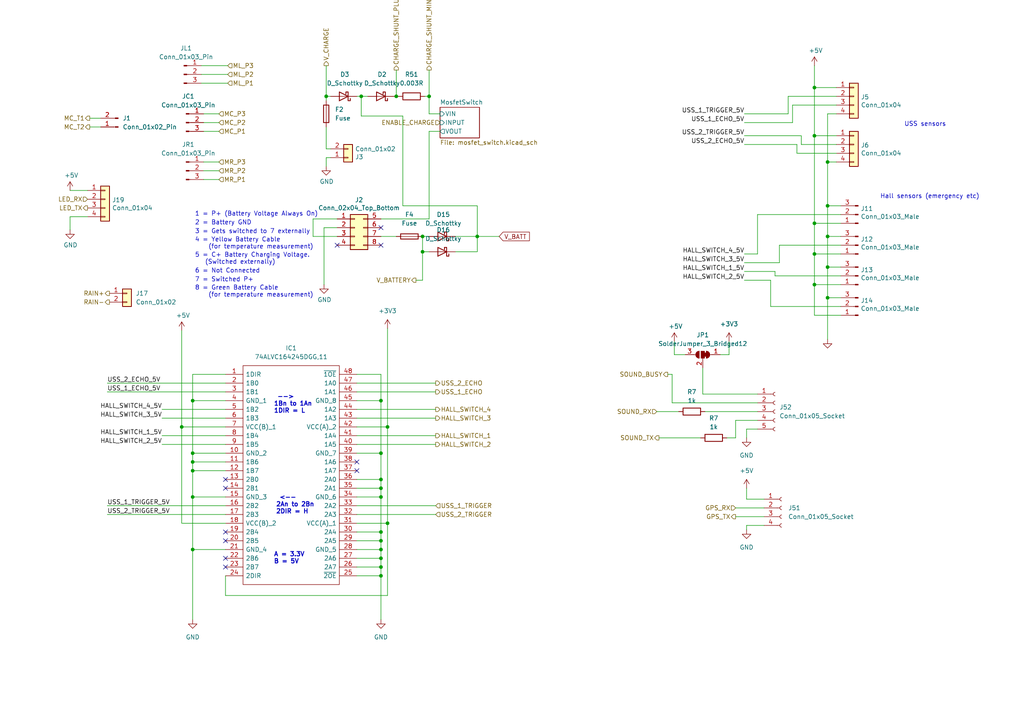
<source format=kicad_sch>
(kicad_sch (version 20230121) (generator eeschema)

  (uuid 0fb27e11-fde6-4a25-adbb-e9684771b369)

  (paper "A4")

  (lib_symbols
    (symbol "+5V_1" (power) (pin_names (offset 0)) (in_bom yes) (on_board yes)
      (property "Reference" "#PWR" (at 0 -3.81 0)
        (effects (font (size 1.27 1.27)) hide)
      )
      (property "Value" "+5V_1" (at 0 3.556 0)
        (effects (font (size 1.27 1.27)))
      )
      (property "Footprint" "" (at 0 0 0)
        (effects (font (size 1.27 1.27)) hide)
      )
      (property "Datasheet" "" (at 0 0 0)
        (effects (font (size 1.27 1.27)) hide)
      )
      (property "ki_keywords" "global power" (at 0 0 0)
        (effects (font (size 1.27 1.27)) hide)
      )
      (property "ki_description" "Power symbol creates a global label with name \"+5V\"" (at 0 0 0)
        (effects (font (size 1.27 1.27)) hide)
      )
      (symbol "+5V_1_0_1"
        (polyline
          (pts
            (xy -0.762 1.27)
            (xy 0 2.54)
          )
          (stroke (width 0) (type default))
          (fill (type none))
        )
        (polyline
          (pts
            (xy 0 0)
            (xy 0 2.54)
          )
          (stroke (width 0) (type default))
          (fill (type none))
        )
        (polyline
          (pts
            (xy 0 2.54)
            (xy 0.762 1.27)
          )
          (stroke (width 0) (type default))
          (fill (type none))
        )
      )
      (symbol "+5V_1_1_1"
        (pin power_in line (at 0 0 90) (length 0) hide
          (name "+5V" (effects (font (size 1.27 1.27))))
          (number "1" (effects (font (size 1.27 1.27))))
        )
      )
    )
    (symbol "74ALVC164245DGG_11:74ALVC164245DGG,11" (pin_names (offset 0.762)) (in_bom yes) (on_board yes)
      (property "Reference" "IC" (at 34.29 7.62 0)
        (effects (font (size 1.27 1.27)) (justify left))
      )
      (property "Value" "74ALVC164245DGG,11" (at 34.29 5.08 0)
        (effects (font (size 1.27 1.27)) (justify left))
      )
      (property "Footprint" "SOP50P810X120-48N" (at 34.29 2.54 0)
        (effects (font (size 1.27 1.27)) (justify left) hide)
      )
      (property "Datasheet" "https://assets.nexperia.com/documents/data-sheet/74ALVC164245.pdf" (at 34.29 0 0)
        (effects (font (size 1.27 1.27)) (justify left) hide)
      )
      (property "Description" "74ALVC164245 - 16-bit dual supply translating transceiver; 3-state@en-us" (at 34.29 -2.54 0)
        (effects (font (size 1.27 1.27)) (justify left) hide)
      )
      (property "Height" "1.2" (at 34.29 -5.08 0)
        (effects (font (size 1.27 1.27)) (justify left) hide)
      )
      (property "Mouser2 Part Number" "" (at 34.29 -7.62 0)
        (effects (font (size 1.27 1.27)) (justify left) hide)
      )
      (property "Mouser2 Price/Stock" "" (at 34.29 -10.16 0)
        (effects (font (size 1.27 1.27)) (justify left) hide)
      )
      (property "Manufacturer_Name" "Nexperia" (at 34.29 -12.7 0)
        (effects (font (size 1.27 1.27)) (justify left) hide)
      )
      (property "Manufacturer_Part_Number" "74ALVC164245DGG,11" (at 34.29 -15.24 0)
        (effects (font (size 1.27 1.27)) (justify left) hide)
      )
      (property "ki_description" "74ALVC164245 - 16-bit dual supply translating transceiver; 3-state@en-us" (at 0 0 0)
        (effects (font (size 1.27 1.27)) hide)
      )
      (symbol "74ALVC164245DGG,11_0_0"
        (pin passive line (at 0 0 0) (length 5.08)
          (name "1DIR" (effects (font (size 1.27 1.27))))
          (number "1" (effects (font (size 1.27 1.27))))
        )
        (pin passive line (at 0 -22.86 0) (length 5.08)
          (name "GND_2" (effects (font (size 1.27 1.27))))
          (number "10" (effects (font (size 1.27 1.27))))
        )
        (pin passive line (at 0 -25.4 0) (length 5.08)
          (name "1B6" (effects (font (size 1.27 1.27))))
          (number "11" (effects (font (size 1.27 1.27))))
        )
        (pin passive line (at 0 -27.94 0) (length 5.08)
          (name "1B7" (effects (font (size 1.27 1.27))))
          (number "12" (effects (font (size 1.27 1.27))))
        )
        (pin passive line (at 0 -30.48 0) (length 5.08)
          (name "2B0" (effects (font (size 1.27 1.27))))
          (number "13" (effects (font (size 1.27 1.27))))
        )
        (pin passive line (at 0 -33.02 0) (length 5.08)
          (name "2B1" (effects (font (size 1.27 1.27))))
          (number "14" (effects (font (size 1.27 1.27))))
        )
        (pin passive line (at 0 -35.56 0) (length 5.08)
          (name "GND_3" (effects (font (size 1.27 1.27))))
          (number "15" (effects (font (size 1.27 1.27))))
        )
        (pin passive line (at 0 -38.1 0) (length 5.08)
          (name "2B2" (effects (font (size 1.27 1.27))))
          (number "16" (effects (font (size 1.27 1.27))))
        )
        (pin passive line (at 0 -40.64 0) (length 5.08)
          (name "2B3" (effects (font (size 1.27 1.27))))
          (number "17" (effects (font (size 1.27 1.27))))
        )
        (pin passive line (at 0 -43.18 0) (length 5.08)
          (name "VCC(B)_2" (effects (font (size 1.27 1.27))))
          (number "18" (effects (font (size 1.27 1.27))))
        )
        (pin passive line (at 0 -45.72 0) (length 5.08)
          (name "2B4" (effects (font (size 1.27 1.27))))
          (number "19" (effects (font (size 1.27 1.27))))
        )
        (pin passive line (at 0 -2.54 0) (length 5.08)
          (name "1B0" (effects (font (size 1.27 1.27))))
          (number "2" (effects (font (size 1.27 1.27))))
        )
        (pin passive line (at 0 -48.26 0) (length 5.08)
          (name "2B5" (effects (font (size 1.27 1.27))))
          (number "20" (effects (font (size 1.27 1.27))))
        )
        (pin passive line (at 0 -50.8 0) (length 5.08)
          (name "GND_4" (effects (font (size 1.27 1.27))))
          (number "21" (effects (font (size 1.27 1.27))))
        )
        (pin passive line (at 0 -53.34 0) (length 5.08)
          (name "2B6" (effects (font (size 1.27 1.27))))
          (number "22" (effects (font (size 1.27 1.27))))
        )
        (pin passive line (at 0 -55.88 0) (length 5.08)
          (name "2B7" (effects (font (size 1.27 1.27))))
          (number "23" (effects (font (size 1.27 1.27))))
        )
        (pin passive line (at 0 -58.42 0) (length 5.08)
          (name "2DIR" (effects (font (size 1.27 1.27))))
          (number "24" (effects (font (size 1.27 1.27))))
        )
        (pin passive line (at 38.1 -58.42 180) (length 5.08)
          (name "~{2OE}" (effects (font (size 1.27 1.27))))
          (number "25" (effects (font (size 1.27 1.27))))
        )
        (pin passive line (at 38.1 -55.88 180) (length 5.08)
          (name "2A7" (effects (font (size 1.27 1.27))))
          (number "26" (effects (font (size 1.27 1.27))))
        )
        (pin passive line (at 38.1 -53.34 180) (length 5.08)
          (name "2A6" (effects (font (size 1.27 1.27))))
          (number "27" (effects (font (size 1.27 1.27))))
        )
        (pin passive line (at 38.1 -50.8 180) (length 5.08)
          (name "GND_5" (effects (font (size 1.27 1.27))))
          (number "28" (effects (font (size 1.27 1.27))))
        )
        (pin passive line (at 38.1 -48.26 180) (length 5.08)
          (name "2A5" (effects (font (size 1.27 1.27))))
          (number "29" (effects (font (size 1.27 1.27))))
        )
        (pin passive line (at 0 -5.08 0) (length 5.08)
          (name "1B1" (effects (font (size 1.27 1.27))))
          (number "3" (effects (font (size 1.27 1.27))))
        )
        (pin passive line (at 38.1 -45.72 180) (length 5.08)
          (name "2A4" (effects (font (size 1.27 1.27))))
          (number "30" (effects (font (size 1.27 1.27))))
        )
        (pin passive line (at 38.1 -43.18 180) (length 5.08)
          (name "VCC(A)_1" (effects (font (size 1.27 1.27))))
          (number "31" (effects (font (size 1.27 1.27))))
        )
        (pin passive line (at 38.1 -40.64 180) (length 5.08)
          (name "2A3" (effects (font (size 1.27 1.27))))
          (number "32" (effects (font (size 1.27 1.27))))
        )
        (pin passive line (at 38.1 -38.1 180) (length 5.08)
          (name "2A2" (effects (font (size 1.27 1.27))))
          (number "33" (effects (font (size 1.27 1.27))))
        )
        (pin passive line (at 38.1 -35.56 180) (length 5.08)
          (name "GND_6" (effects (font (size 1.27 1.27))))
          (number "34" (effects (font (size 1.27 1.27))))
        )
        (pin passive line (at 38.1 -33.02 180) (length 5.08)
          (name "2A1" (effects (font (size 1.27 1.27))))
          (number "35" (effects (font (size 1.27 1.27))))
        )
        (pin passive line (at 38.1 -30.48 180) (length 5.08)
          (name "2A0" (effects (font (size 1.27 1.27))))
          (number "36" (effects (font (size 1.27 1.27))))
        )
        (pin passive line (at 38.1 -27.94 180) (length 5.08)
          (name "1A7" (effects (font (size 1.27 1.27))))
          (number "37" (effects (font (size 1.27 1.27))))
        )
        (pin passive line (at 38.1 -25.4 180) (length 5.08)
          (name "1A6" (effects (font (size 1.27 1.27))))
          (number "38" (effects (font (size 1.27 1.27))))
        )
        (pin passive line (at 38.1 -22.86 180) (length 5.08)
          (name "GND_7" (effects (font (size 1.27 1.27))))
          (number "39" (effects (font (size 1.27 1.27))))
        )
        (pin passive line (at 0 -7.62 0) (length 5.08)
          (name "GND_1" (effects (font (size 1.27 1.27))))
          (number "4" (effects (font (size 1.27 1.27))))
        )
        (pin passive line (at 38.1 -20.32 180) (length 5.08)
          (name "1A5" (effects (font (size 1.27 1.27))))
          (number "40" (effects (font (size 1.27 1.27))))
        )
        (pin passive line (at 38.1 -17.78 180) (length 5.08)
          (name "1A4" (effects (font (size 1.27 1.27))))
          (number "41" (effects (font (size 1.27 1.27))))
        )
        (pin passive line (at 38.1 -15.24 180) (length 5.08)
          (name "VCC(A)_2" (effects (font (size 1.27 1.27))))
          (number "42" (effects (font (size 1.27 1.27))))
        )
        (pin passive line (at 38.1 -12.7 180) (length 5.08)
          (name "1A3" (effects (font (size 1.27 1.27))))
          (number "43" (effects (font (size 1.27 1.27))))
        )
        (pin passive line (at 38.1 -10.16 180) (length 5.08)
          (name "1A2" (effects (font (size 1.27 1.27))))
          (number "44" (effects (font (size 1.27 1.27))))
        )
        (pin passive line (at 38.1 -7.62 180) (length 5.08)
          (name "GND_8" (effects (font (size 1.27 1.27))))
          (number "45" (effects (font (size 1.27 1.27))))
        )
        (pin passive line (at 38.1 -5.08 180) (length 5.08)
          (name "1A1" (effects (font (size 1.27 1.27))))
          (number "46" (effects (font (size 1.27 1.27))))
        )
        (pin passive line (at 38.1 -2.54 180) (length 5.08)
          (name "1A0" (effects (font (size 1.27 1.27))))
          (number "47" (effects (font (size 1.27 1.27))))
        )
        (pin passive line (at 38.1 0 180) (length 5.08)
          (name "~{1OE}" (effects (font (size 1.27 1.27))))
          (number "48" (effects (font (size 1.27 1.27))))
        )
        (pin passive line (at 0 -10.16 0) (length 5.08)
          (name "1B2" (effects (font (size 1.27 1.27))))
          (number "5" (effects (font (size 1.27 1.27))))
        )
        (pin passive line (at 0 -12.7 0) (length 5.08)
          (name "1B3" (effects (font (size 1.27 1.27))))
          (number "6" (effects (font (size 1.27 1.27))))
        )
        (pin passive line (at 0 -15.24 0) (length 5.08)
          (name "VCC(B)_1" (effects (font (size 1.27 1.27))))
          (number "7" (effects (font (size 1.27 1.27))))
        )
        (pin passive line (at 0 -17.78 0) (length 5.08)
          (name "1B4" (effects (font (size 1.27 1.27))))
          (number "8" (effects (font (size 1.27 1.27))))
        )
        (pin passive line (at 0 -20.32 0) (length 5.08)
          (name "1B5" (effects (font (size 1.27 1.27))))
          (number "9" (effects (font (size 1.27 1.27))))
        )
      )
      (symbol "74ALVC164245DGG,11_0_1"
        (polyline
          (pts
            (xy 5.08 2.54)
            (xy 33.02 2.54)
            (xy 33.02 -60.96)
            (xy 5.08 -60.96)
            (xy 5.08 2.54)
          )
          (stroke (width 0.1524) (type default))
          (fill (type none))
        )
      )
    )
    (symbol "Connector:Conn_01x02_Pin" (pin_names (offset 1.016) hide) (in_bom yes) (on_board yes)
      (property "Reference" "J" (at 0 2.54 0)
        (effects (font (size 1.27 1.27)))
      )
      (property "Value" "Conn_01x02_Pin" (at 0 -5.08 0)
        (effects (font (size 1.27 1.27)))
      )
      (property "Footprint" "" (at 0 0 0)
        (effects (font (size 1.27 1.27)) hide)
      )
      (property "Datasheet" "~" (at 0 0 0)
        (effects (font (size 1.27 1.27)) hide)
      )
      (property "ki_locked" "" (at 0 0 0)
        (effects (font (size 1.27 1.27)))
      )
      (property "ki_keywords" "connector" (at 0 0 0)
        (effects (font (size 1.27 1.27)) hide)
      )
      (property "ki_description" "Generic connector, single row, 01x02, script generated" (at 0 0 0)
        (effects (font (size 1.27 1.27)) hide)
      )
      (property "ki_fp_filters" "Connector*:*_1x??_*" (at 0 0 0)
        (effects (font (size 1.27 1.27)) hide)
      )
      (symbol "Conn_01x02_Pin_1_1"
        (polyline
          (pts
            (xy 1.27 -2.54)
            (xy 0.8636 -2.54)
          )
          (stroke (width 0.1524) (type default))
          (fill (type none))
        )
        (polyline
          (pts
            (xy 1.27 0)
            (xy 0.8636 0)
          )
          (stroke (width 0.1524) (type default))
          (fill (type none))
        )
        (rectangle (start 0.8636 -2.413) (end 0 -2.667)
          (stroke (width 0.1524) (type default))
          (fill (type outline))
        )
        (rectangle (start 0.8636 0.127) (end 0 -0.127)
          (stroke (width 0.1524) (type default))
          (fill (type outline))
        )
        (pin passive line (at 5.08 0 180) (length 3.81)
          (name "Pin_1" (effects (font (size 1.27 1.27))))
          (number "1" (effects (font (size 1.27 1.27))))
        )
        (pin passive line (at 5.08 -2.54 180) (length 3.81)
          (name "Pin_2" (effects (font (size 1.27 1.27))))
          (number "2" (effects (font (size 1.27 1.27))))
        )
      )
    )
    (symbol "Connector:Conn_01x03_Male" (pin_names (offset 1.016) hide) (in_bom yes) (on_board yes)
      (property "Reference" "J" (at 0 5.08 0)
        (effects (font (size 1.27 1.27)))
      )
      (property "Value" "Conn_01x03_Male" (at 0 -5.08 0)
        (effects (font (size 1.27 1.27)))
      )
      (property "Footprint" "" (at 0 0 0)
        (effects (font (size 1.27 1.27)) hide)
      )
      (property "Datasheet" "~" (at 0 0 0)
        (effects (font (size 1.27 1.27)) hide)
      )
      (property "ki_keywords" "connector" (at 0 0 0)
        (effects (font (size 1.27 1.27)) hide)
      )
      (property "ki_description" "Generic connector, single row, 01x03, script generated (kicad-library-utils/schlib/autogen/connector/)" (at 0 0 0)
        (effects (font (size 1.27 1.27)) hide)
      )
      (property "ki_fp_filters" "Connector*:*_1x??_*" (at 0 0 0)
        (effects (font (size 1.27 1.27)) hide)
      )
      (symbol "Conn_01x03_Male_1_1"
        (polyline
          (pts
            (xy 1.27 -2.54)
            (xy 0.8636 -2.54)
          )
          (stroke (width 0.1524) (type default))
          (fill (type none))
        )
        (polyline
          (pts
            (xy 1.27 0)
            (xy 0.8636 0)
          )
          (stroke (width 0.1524) (type default))
          (fill (type none))
        )
        (polyline
          (pts
            (xy 1.27 2.54)
            (xy 0.8636 2.54)
          )
          (stroke (width 0.1524) (type default))
          (fill (type none))
        )
        (rectangle (start 0.8636 -2.413) (end 0 -2.667)
          (stroke (width 0.1524) (type default))
          (fill (type outline))
        )
        (rectangle (start 0.8636 0.127) (end 0 -0.127)
          (stroke (width 0.1524) (type default))
          (fill (type outline))
        )
        (rectangle (start 0.8636 2.667) (end 0 2.413)
          (stroke (width 0.1524) (type default))
          (fill (type outline))
        )
        (pin passive line (at 5.08 2.54 180) (length 3.81)
          (name "Pin_1" (effects (font (size 1.27 1.27))))
          (number "1" (effects (font (size 1.27 1.27))))
        )
        (pin passive line (at 5.08 0 180) (length 3.81)
          (name "Pin_2" (effects (font (size 1.27 1.27))))
          (number "2" (effects (font (size 1.27 1.27))))
        )
        (pin passive line (at 5.08 -2.54 180) (length 3.81)
          (name "Pin_3" (effects (font (size 1.27 1.27))))
          (number "3" (effects (font (size 1.27 1.27))))
        )
      )
    )
    (symbol "Connector:Conn_01x03_Pin" (pin_names (offset 1.016) hide) (in_bom yes) (on_board yes)
      (property "Reference" "J" (at 0 5.08 0)
        (effects (font (size 1.27 1.27)))
      )
      (property "Value" "Conn_01x03_Pin" (at 0 -5.08 0)
        (effects (font (size 1.27 1.27)))
      )
      (property "Footprint" "" (at 0 0 0)
        (effects (font (size 1.27 1.27)) hide)
      )
      (property "Datasheet" "~" (at 0 0 0)
        (effects (font (size 1.27 1.27)) hide)
      )
      (property "ki_locked" "" (at 0 0 0)
        (effects (font (size 1.27 1.27)))
      )
      (property "ki_keywords" "connector" (at 0 0 0)
        (effects (font (size 1.27 1.27)) hide)
      )
      (property "ki_description" "Generic connector, single row, 01x03, script generated" (at 0 0 0)
        (effects (font (size 1.27 1.27)) hide)
      )
      (property "ki_fp_filters" "Connector*:*_1x??_*" (at 0 0 0)
        (effects (font (size 1.27 1.27)) hide)
      )
      (symbol "Conn_01x03_Pin_1_1"
        (polyline
          (pts
            (xy 1.27 -2.54)
            (xy 0.8636 -2.54)
          )
          (stroke (width 0.1524) (type default))
          (fill (type none))
        )
        (polyline
          (pts
            (xy 1.27 0)
            (xy 0.8636 0)
          )
          (stroke (width 0.1524) (type default))
          (fill (type none))
        )
        (polyline
          (pts
            (xy 1.27 2.54)
            (xy 0.8636 2.54)
          )
          (stroke (width 0.1524) (type default))
          (fill (type none))
        )
        (rectangle (start 0.8636 -2.413) (end 0 -2.667)
          (stroke (width 0.1524) (type default))
          (fill (type outline))
        )
        (rectangle (start 0.8636 0.127) (end 0 -0.127)
          (stroke (width 0.1524) (type default))
          (fill (type outline))
        )
        (rectangle (start 0.8636 2.667) (end 0 2.413)
          (stroke (width 0.1524) (type default))
          (fill (type outline))
        )
        (pin passive line (at 5.08 2.54 180) (length 3.81)
          (name "Pin_1" (effects (font (size 1.27 1.27))))
          (number "1" (effects (font (size 1.27 1.27))))
        )
        (pin passive line (at 5.08 0 180) (length 3.81)
          (name "Pin_2" (effects (font (size 1.27 1.27))))
          (number "2" (effects (font (size 1.27 1.27))))
        )
        (pin passive line (at 5.08 -2.54 180) (length 3.81)
          (name "Pin_3" (effects (font (size 1.27 1.27))))
          (number "3" (effects (font (size 1.27 1.27))))
        )
      )
    )
    (symbol "Connector:Conn_01x04_Socket" (pin_names (offset 1.016) hide) (in_bom yes) (on_board yes)
      (property "Reference" "J" (at 0 5.08 0)
        (effects (font (size 1.27 1.27)))
      )
      (property "Value" "Conn_01x04_Socket" (at 0 -7.62 0)
        (effects (font (size 1.27 1.27)))
      )
      (property "Footprint" "" (at 0 0 0)
        (effects (font (size 1.27 1.27)) hide)
      )
      (property "Datasheet" "~" (at 0 0 0)
        (effects (font (size 1.27 1.27)) hide)
      )
      (property "ki_locked" "" (at 0 0 0)
        (effects (font (size 1.27 1.27)))
      )
      (property "ki_keywords" "connector" (at 0 0 0)
        (effects (font (size 1.27 1.27)) hide)
      )
      (property "ki_description" "Generic connector, single row, 01x04, script generated" (at 0 0 0)
        (effects (font (size 1.27 1.27)) hide)
      )
      (property "ki_fp_filters" "Connector*:*_1x??_*" (at 0 0 0)
        (effects (font (size 1.27 1.27)) hide)
      )
      (symbol "Conn_01x04_Socket_1_1"
        (arc (start 0 -4.572) (mid -0.5058 -5.08) (end 0 -5.588)
          (stroke (width 0.1524) (type default))
          (fill (type none))
        )
        (arc (start 0 -2.032) (mid -0.5058 -2.54) (end 0 -3.048)
          (stroke (width 0.1524) (type default))
          (fill (type none))
        )
        (polyline
          (pts
            (xy -1.27 -5.08)
            (xy -0.508 -5.08)
          )
          (stroke (width 0.1524) (type default))
          (fill (type none))
        )
        (polyline
          (pts
            (xy -1.27 -2.54)
            (xy -0.508 -2.54)
          )
          (stroke (width 0.1524) (type default))
          (fill (type none))
        )
        (polyline
          (pts
            (xy -1.27 0)
            (xy -0.508 0)
          )
          (stroke (width 0.1524) (type default))
          (fill (type none))
        )
        (polyline
          (pts
            (xy -1.27 2.54)
            (xy -0.508 2.54)
          )
          (stroke (width 0.1524) (type default))
          (fill (type none))
        )
        (arc (start 0 0.508) (mid -0.5058 0) (end 0 -0.508)
          (stroke (width 0.1524) (type default))
          (fill (type none))
        )
        (arc (start 0 3.048) (mid -0.5058 2.54) (end 0 2.032)
          (stroke (width 0.1524) (type default))
          (fill (type none))
        )
        (pin passive line (at -5.08 2.54 0) (length 3.81)
          (name "Pin_1" (effects (font (size 1.27 1.27))))
          (number "1" (effects (font (size 1.27 1.27))))
        )
        (pin passive line (at -5.08 0 0) (length 3.81)
          (name "Pin_2" (effects (font (size 1.27 1.27))))
          (number "2" (effects (font (size 1.27 1.27))))
        )
        (pin passive line (at -5.08 -2.54 0) (length 3.81)
          (name "Pin_3" (effects (font (size 1.27 1.27))))
          (number "3" (effects (font (size 1.27 1.27))))
        )
        (pin passive line (at -5.08 -5.08 0) (length 3.81)
          (name "Pin_4" (effects (font (size 1.27 1.27))))
          (number "4" (effects (font (size 1.27 1.27))))
        )
      )
    )
    (symbol "Connector:Conn_01x05_Socket" (pin_names (offset 1.016) hide) (in_bom yes) (on_board yes)
      (property "Reference" "J" (at 0 7.62 0)
        (effects (font (size 1.27 1.27)))
      )
      (property "Value" "Conn_01x05_Socket" (at 0 -7.62 0)
        (effects (font (size 1.27 1.27)))
      )
      (property "Footprint" "" (at 0 0 0)
        (effects (font (size 1.27 1.27)) hide)
      )
      (property "Datasheet" "~" (at 0 0 0)
        (effects (font (size 1.27 1.27)) hide)
      )
      (property "ki_locked" "" (at 0 0 0)
        (effects (font (size 1.27 1.27)))
      )
      (property "ki_keywords" "connector" (at 0 0 0)
        (effects (font (size 1.27 1.27)) hide)
      )
      (property "ki_description" "Generic connector, single row, 01x05, script generated" (at 0 0 0)
        (effects (font (size 1.27 1.27)) hide)
      )
      (property "ki_fp_filters" "Connector*:*_1x??_*" (at 0 0 0)
        (effects (font (size 1.27 1.27)) hide)
      )
      (symbol "Conn_01x05_Socket_1_1"
        (arc (start 0 -4.572) (mid -0.5058 -5.08) (end 0 -5.588)
          (stroke (width 0.1524) (type default))
          (fill (type none))
        )
        (arc (start 0 -2.032) (mid -0.5058 -2.54) (end 0 -3.048)
          (stroke (width 0.1524) (type default))
          (fill (type none))
        )
        (polyline
          (pts
            (xy -1.27 -5.08)
            (xy -0.508 -5.08)
          )
          (stroke (width 0.1524) (type default))
          (fill (type none))
        )
        (polyline
          (pts
            (xy -1.27 -2.54)
            (xy -0.508 -2.54)
          )
          (stroke (width 0.1524) (type default))
          (fill (type none))
        )
        (polyline
          (pts
            (xy -1.27 0)
            (xy -0.508 0)
          )
          (stroke (width 0.1524) (type default))
          (fill (type none))
        )
        (polyline
          (pts
            (xy -1.27 2.54)
            (xy -0.508 2.54)
          )
          (stroke (width 0.1524) (type default))
          (fill (type none))
        )
        (polyline
          (pts
            (xy -1.27 5.08)
            (xy -0.508 5.08)
          )
          (stroke (width 0.1524) (type default))
          (fill (type none))
        )
        (arc (start 0 0.508) (mid -0.5058 0) (end 0 -0.508)
          (stroke (width 0.1524) (type default))
          (fill (type none))
        )
        (arc (start 0 3.048) (mid -0.5058 2.54) (end 0 2.032)
          (stroke (width 0.1524) (type default))
          (fill (type none))
        )
        (arc (start 0 5.588) (mid -0.5058 5.08) (end 0 4.572)
          (stroke (width 0.1524) (type default))
          (fill (type none))
        )
        (pin passive line (at -5.08 5.08 0) (length 3.81)
          (name "Pin_1" (effects (font (size 1.27 1.27))))
          (number "1" (effects (font (size 1.27 1.27))))
        )
        (pin passive line (at -5.08 2.54 0) (length 3.81)
          (name "Pin_2" (effects (font (size 1.27 1.27))))
          (number "2" (effects (font (size 1.27 1.27))))
        )
        (pin passive line (at -5.08 0 0) (length 3.81)
          (name "Pin_3" (effects (font (size 1.27 1.27))))
          (number "3" (effects (font (size 1.27 1.27))))
        )
        (pin passive line (at -5.08 -2.54 0) (length 3.81)
          (name "Pin_4" (effects (font (size 1.27 1.27))))
          (number "4" (effects (font (size 1.27 1.27))))
        )
        (pin passive line (at -5.08 -5.08 0) (length 3.81)
          (name "Pin_5" (effects (font (size 1.27 1.27))))
          (number "5" (effects (font (size 1.27 1.27))))
        )
      )
    )
    (symbol "Connector_Generic:Conn_01x02" (pin_names (offset 1.016) hide) (in_bom yes) (on_board yes)
      (property "Reference" "J" (at 0 2.54 0)
        (effects (font (size 1.27 1.27)))
      )
      (property "Value" "Conn_01x02" (at 0 -5.08 0)
        (effects (font (size 1.27 1.27)))
      )
      (property "Footprint" "" (at 0 0 0)
        (effects (font (size 1.27 1.27)) hide)
      )
      (property "Datasheet" "~" (at 0 0 0)
        (effects (font (size 1.27 1.27)) hide)
      )
      (property "ki_keywords" "connector" (at 0 0 0)
        (effects (font (size 1.27 1.27)) hide)
      )
      (property "ki_description" "Generic connector, single row, 01x02, script generated (kicad-library-utils/schlib/autogen/connector/)" (at 0 0 0)
        (effects (font (size 1.27 1.27)) hide)
      )
      (property "ki_fp_filters" "Connector*:*_1x??_*" (at 0 0 0)
        (effects (font (size 1.27 1.27)) hide)
      )
      (symbol "Conn_01x02_1_1"
        (rectangle (start -1.27 -2.413) (end 0 -2.667)
          (stroke (width 0.1524) (type default))
          (fill (type none))
        )
        (rectangle (start -1.27 0.127) (end 0 -0.127)
          (stroke (width 0.1524) (type default))
          (fill (type none))
        )
        (rectangle (start -1.27 1.27) (end 1.27 -3.81)
          (stroke (width 0.254) (type default))
          (fill (type background))
        )
        (pin passive line (at -5.08 0 0) (length 3.81)
          (name "Pin_1" (effects (font (size 1.27 1.27))))
          (number "1" (effects (font (size 1.27 1.27))))
        )
        (pin passive line (at -5.08 -2.54 0) (length 3.81)
          (name "Pin_2" (effects (font (size 1.27 1.27))))
          (number "2" (effects (font (size 1.27 1.27))))
        )
      )
    )
    (symbol "Connector_Generic:Conn_01x04" (pin_names (offset 1.016) hide) (in_bom yes) (on_board yes)
      (property "Reference" "J" (at 0 5.08 0)
        (effects (font (size 1.27 1.27)))
      )
      (property "Value" "Conn_01x04" (at 0 -7.62 0)
        (effects (font (size 1.27 1.27)))
      )
      (property "Footprint" "" (at 0 0 0)
        (effects (font (size 1.27 1.27)) hide)
      )
      (property "Datasheet" "~" (at 0 0 0)
        (effects (font (size 1.27 1.27)) hide)
      )
      (property "ki_keywords" "connector" (at 0 0 0)
        (effects (font (size 1.27 1.27)) hide)
      )
      (property "ki_description" "Generic connector, single row, 01x04, script generated (kicad-library-utils/schlib/autogen/connector/)" (at 0 0 0)
        (effects (font (size 1.27 1.27)) hide)
      )
      (property "ki_fp_filters" "Connector*:*_1x??_*" (at 0 0 0)
        (effects (font (size 1.27 1.27)) hide)
      )
      (symbol "Conn_01x04_1_1"
        (rectangle (start -1.27 -4.953) (end 0 -5.207)
          (stroke (width 0.1524) (type default))
          (fill (type none))
        )
        (rectangle (start -1.27 -2.413) (end 0 -2.667)
          (stroke (width 0.1524) (type default))
          (fill (type none))
        )
        (rectangle (start -1.27 0.127) (end 0 -0.127)
          (stroke (width 0.1524) (type default))
          (fill (type none))
        )
        (rectangle (start -1.27 2.667) (end 0 2.413)
          (stroke (width 0.1524) (type default))
          (fill (type none))
        )
        (rectangle (start -1.27 3.81) (end 1.27 -6.35)
          (stroke (width 0.254) (type default))
          (fill (type background))
        )
        (pin passive line (at -5.08 2.54 0) (length 3.81)
          (name "Pin_1" (effects (font (size 1.27 1.27))))
          (number "1" (effects (font (size 1.27 1.27))))
        )
        (pin passive line (at -5.08 0 0) (length 3.81)
          (name "Pin_2" (effects (font (size 1.27 1.27))))
          (number "2" (effects (font (size 1.27 1.27))))
        )
        (pin passive line (at -5.08 -2.54 0) (length 3.81)
          (name "Pin_3" (effects (font (size 1.27 1.27))))
          (number "3" (effects (font (size 1.27 1.27))))
        )
        (pin passive line (at -5.08 -5.08 0) (length 3.81)
          (name "Pin_4" (effects (font (size 1.27 1.27))))
          (number "4" (effects (font (size 1.27 1.27))))
        )
      )
    )
    (symbol "Connector_Generic:Conn_02x04_Top_Bottom" (pin_names (offset 1.016) hide) (in_bom yes) (on_board yes)
      (property "Reference" "J" (at 1.27 5.08 0)
        (effects (font (size 1.27 1.27)))
      )
      (property "Value" "Conn_02x04_Top_Bottom" (at 1.27 -7.62 0)
        (effects (font (size 1.27 1.27)))
      )
      (property "Footprint" "" (at 0 0 0)
        (effects (font (size 1.27 1.27)) hide)
      )
      (property "Datasheet" "~" (at 0 0 0)
        (effects (font (size 1.27 1.27)) hide)
      )
      (property "ki_keywords" "connector" (at 0 0 0)
        (effects (font (size 1.27 1.27)) hide)
      )
      (property "ki_description" "Generic connector, double row, 02x04, top/bottom pin numbering scheme (row 1: 1...pins_per_row, row2: pins_per_row+1 ... num_pins), script generated (kicad-library-utils/schlib/autogen/connector/)" (at 0 0 0)
        (effects (font (size 1.27 1.27)) hide)
      )
      (property "ki_fp_filters" "Connector*:*_2x??_*" (at 0 0 0)
        (effects (font (size 1.27 1.27)) hide)
      )
      (symbol "Conn_02x04_Top_Bottom_1_1"
        (rectangle (start -1.27 -4.953) (end 0 -5.207)
          (stroke (width 0.1524) (type default))
          (fill (type none))
        )
        (rectangle (start -1.27 -2.413) (end 0 -2.667)
          (stroke (width 0.1524) (type default))
          (fill (type none))
        )
        (rectangle (start -1.27 0.127) (end 0 -0.127)
          (stroke (width 0.1524) (type default))
          (fill (type none))
        )
        (rectangle (start -1.27 2.667) (end 0 2.413)
          (stroke (width 0.1524) (type default))
          (fill (type none))
        )
        (rectangle (start -1.27 3.81) (end 3.81 -6.35)
          (stroke (width 0.254) (type default))
          (fill (type background))
        )
        (rectangle (start 3.81 -4.953) (end 2.54 -5.207)
          (stroke (width 0.1524) (type default))
          (fill (type none))
        )
        (rectangle (start 3.81 -2.413) (end 2.54 -2.667)
          (stroke (width 0.1524) (type default))
          (fill (type none))
        )
        (rectangle (start 3.81 0.127) (end 2.54 -0.127)
          (stroke (width 0.1524) (type default))
          (fill (type none))
        )
        (rectangle (start 3.81 2.667) (end 2.54 2.413)
          (stroke (width 0.1524) (type default))
          (fill (type none))
        )
        (pin passive line (at -5.08 2.54 0) (length 3.81)
          (name "Pin_1" (effects (font (size 1.27 1.27))))
          (number "1" (effects (font (size 1.27 1.27))))
        )
        (pin passive line (at -5.08 0 0) (length 3.81)
          (name "Pin_2" (effects (font (size 1.27 1.27))))
          (number "2" (effects (font (size 1.27 1.27))))
        )
        (pin passive line (at -5.08 -2.54 0) (length 3.81)
          (name "Pin_3" (effects (font (size 1.27 1.27))))
          (number "3" (effects (font (size 1.27 1.27))))
        )
        (pin passive line (at -5.08 -5.08 0) (length 3.81)
          (name "Pin_4" (effects (font (size 1.27 1.27))))
          (number "4" (effects (font (size 1.27 1.27))))
        )
        (pin passive line (at 7.62 2.54 180) (length 3.81)
          (name "Pin_5" (effects (font (size 1.27 1.27))))
          (number "5" (effects (font (size 1.27 1.27))))
        )
        (pin passive line (at 7.62 0 180) (length 3.81)
          (name "Pin_6" (effects (font (size 1.27 1.27))))
          (number "6" (effects (font (size 1.27 1.27))))
        )
        (pin passive line (at 7.62 -2.54 180) (length 3.81)
          (name "Pin_7" (effects (font (size 1.27 1.27))))
          (number "7" (effects (font (size 1.27 1.27))))
        )
        (pin passive line (at 7.62 -5.08 180) (length 3.81)
          (name "Pin_8" (effects (font (size 1.27 1.27))))
          (number "8" (effects (font (size 1.27 1.27))))
        )
      )
    )
    (symbol "Device:D_Schottky" (pin_numbers hide) (pin_names (offset 1.016) hide) (in_bom yes) (on_board yes)
      (property "Reference" "D" (at 0 2.54 0)
        (effects (font (size 1.27 1.27)))
      )
      (property "Value" "D_Schottky" (at 0 -2.54 0)
        (effects (font (size 1.27 1.27)))
      )
      (property "Footprint" "" (at 0 0 0)
        (effects (font (size 1.27 1.27)) hide)
      )
      (property "Datasheet" "~" (at 0 0 0)
        (effects (font (size 1.27 1.27)) hide)
      )
      (property "ki_keywords" "diode Schottky" (at 0 0 0)
        (effects (font (size 1.27 1.27)) hide)
      )
      (property "ki_description" "Schottky diode" (at 0 0 0)
        (effects (font (size 1.27 1.27)) hide)
      )
      (property "ki_fp_filters" "TO-???* *_Diode_* *SingleDiode* D_*" (at 0 0 0)
        (effects (font (size 1.27 1.27)) hide)
      )
      (symbol "D_Schottky_0_1"
        (polyline
          (pts
            (xy 1.27 0)
            (xy -1.27 0)
          )
          (stroke (width 0) (type default))
          (fill (type none))
        )
        (polyline
          (pts
            (xy 1.27 1.27)
            (xy 1.27 -1.27)
            (xy -1.27 0)
            (xy 1.27 1.27)
          )
          (stroke (width 0.254) (type default))
          (fill (type none))
        )
        (polyline
          (pts
            (xy -1.905 0.635)
            (xy -1.905 1.27)
            (xy -1.27 1.27)
            (xy -1.27 -1.27)
            (xy -0.635 -1.27)
            (xy -0.635 -0.635)
          )
          (stroke (width 0.254) (type default))
          (fill (type none))
        )
      )
      (symbol "D_Schottky_1_1"
        (pin passive line (at -3.81 0 0) (length 2.54)
          (name "K" (effects (font (size 1.27 1.27))))
          (number "1" (effects (font (size 1.27 1.27))))
        )
        (pin passive line (at 3.81 0 180) (length 2.54)
          (name "A" (effects (font (size 1.27 1.27))))
          (number "2" (effects (font (size 1.27 1.27))))
        )
      )
    )
    (symbol "Device:Fuse" (pin_numbers hide) (pin_names (offset 0)) (in_bom yes) (on_board yes)
      (property "Reference" "F" (at 2.032 0 90)
        (effects (font (size 1.27 1.27)))
      )
      (property "Value" "Fuse" (at -1.905 0 90)
        (effects (font (size 1.27 1.27)))
      )
      (property "Footprint" "" (at -1.778 0 90)
        (effects (font (size 1.27 1.27)) hide)
      )
      (property "Datasheet" "~" (at 0 0 0)
        (effects (font (size 1.27 1.27)) hide)
      )
      (property "ki_keywords" "fuse" (at 0 0 0)
        (effects (font (size 1.27 1.27)) hide)
      )
      (property "ki_description" "Fuse" (at 0 0 0)
        (effects (font (size 1.27 1.27)) hide)
      )
      (property "ki_fp_filters" "*Fuse*" (at 0 0 0)
        (effects (font (size 1.27 1.27)) hide)
      )
      (symbol "Fuse_0_1"
        (rectangle (start -0.762 -2.54) (end 0.762 2.54)
          (stroke (width 0.254) (type default))
          (fill (type none))
        )
        (polyline
          (pts
            (xy 0 2.54)
            (xy 0 -2.54)
          )
          (stroke (width 0) (type default))
          (fill (type none))
        )
      )
      (symbol "Fuse_1_1"
        (pin passive line (at 0 3.81 270) (length 1.27)
          (name "~" (effects (font (size 1.27 1.27))))
          (number "1" (effects (font (size 1.27 1.27))))
        )
        (pin passive line (at 0 -3.81 90) (length 1.27)
          (name "~" (effects (font (size 1.27 1.27))))
          (number "2" (effects (font (size 1.27 1.27))))
        )
      )
    )
    (symbol "Device:R" (pin_numbers hide) (pin_names (offset 0)) (in_bom yes) (on_board yes)
      (property "Reference" "R" (at 2.032 0 90)
        (effects (font (size 1.27 1.27)))
      )
      (property "Value" "R" (at 0 0 90)
        (effects (font (size 1.27 1.27)))
      )
      (property "Footprint" "" (at -1.778 0 90)
        (effects (font (size 1.27 1.27)) hide)
      )
      (property "Datasheet" "~" (at 0 0 0)
        (effects (font (size 1.27 1.27)) hide)
      )
      (property "ki_keywords" "R res resistor" (at 0 0 0)
        (effects (font (size 1.27 1.27)) hide)
      )
      (property "ki_description" "Resistor" (at 0 0 0)
        (effects (font (size 1.27 1.27)) hide)
      )
      (property "ki_fp_filters" "R_*" (at 0 0 0)
        (effects (font (size 1.27 1.27)) hide)
      )
      (symbol "R_0_1"
        (rectangle (start -1.016 -2.54) (end 1.016 2.54)
          (stroke (width 0.254) (type default))
          (fill (type none))
        )
      )
      (symbol "R_1_1"
        (pin passive line (at 0 3.81 270) (length 1.27)
          (name "~" (effects (font (size 1.27 1.27))))
          (number "1" (effects (font (size 1.27 1.27))))
        )
        (pin passive line (at 0 -3.81 90) (length 1.27)
          (name "~" (effects (font (size 1.27 1.27))))
          (number "2" (effects (font (size 1.27 1.27))))
        )
      )
    )
    (symbol "GND_1" (power) (pin_names (offset 0)) (in_bom yes) (on_board yes)
      (property "Reference" "#PWR" (at 0 -6.35 0)
        (effects (font (size 1.27 1.27)) hide)
      )
      (property "Value" "GND_1" (at 0 -3.81 0)
        (effects (font (size 1.27 1.27)))
      )
      (property "Footprint" "" (at 0 0 0)
        (effects (font (size 1.27 1.27)) hide)
      )
      (property "Datasheet" "" (at 0 0 0)
        (effects (font (size 1.27 1.27)) hide)
      )
      (property "ki_keywords" "global power" (at 0 0 0)
        (effects (font (size 1.27 1.27)) hide)
      )
      (property "ki_description" "Power symbol creates a global label with name \"GND\" , ground" (at 0 0 0)
        (effects (font (size 1.27 1.27)) hide)
      )
      (symbol "GND_1_0_1"
        (polyline
          (pts
            (xy 0 0)
            (xy 0 -1.27)
            (xy 1.27 -1.27)
            (xy 0 -2.54)
            (xy -1.27 -1.27)
            (xy 0 -1.27)
          )
          (stroke (width 0) (type default))
          (fill (type none))
        )
      )
      (symbol "GND_1_1_1"
        (pin power_in line (at 0 0 270) (length 0) hide
          (name "GND" (effects (font (size 1.27 1.27))))
          (number "1" (effects (font (size 1.27 1.27))))
        )
      )
    )
    (symbol "GND_2" (power) (pin_names (offset 0)) (in_bom yes) (on_board yes)
      (property "Reference" "#PWR" (at 0 -6.35 0)
        (effects (font (size 1.27 1.27)) hide)
      )
      (property "Value" "GND_2" (at 0 -3.81 0)
        (effects (font (size 1.27 1.27)))
      )
      (property "Footprint" "" (at 0 0 0)
        (effects (font (size 1.27 1.27)) hide)
      )
      (property "Datasheet" "" (at 0 0 0)
        (effects (font (size 1.27 1.27)) hide)
      )
      (property "ki_keywords" "global power" (at 0 0 0)
        (effects (font (size 1.27 1.27)) hide)
      )
      (property "ki_description" "Power symbol creates a global label with name \"GND\" , ground" (at 0 0 0)
        (effects (font (size 1.27 1.27)) hide)
      )
      (symbol "GND_2_0_1"
        (polyline
          (pts
            (xy 0 0)
            (xy 0 -1.27)
            (xy 1.27 -1.27)
            (xy 0 -2.54)
            (xy -1.27 -1.27)
            (xy 0 -1.27)
          )
          (stroke (width 0) (type default))
          (fill (type none))
        )
      )
      (symbol "GND_2_1_1"
        (pin power_in line (at 0 0 270) (length 0) hide
          (name "GND" (effects (font (size 1.27 1.27))))
          (number "1" (effects (font (size 1.27 1.27))))
        )
      )
    )
    (symbol "Jumper:SolderJumper_3_Bridged12" (pin_names (offset 0) hide) (in_bom yes) (on_board yes)
      (property "Reference" "JP" (at -2.54 -2.54 0)
        (effects (font (size 1.27 1.27)))
      )
      (property "Value" "SolderJumper_3_Bridged12" (at 0 2.794 0)
        (effects (font (size 1.27 1.27)))
      )
      (property "Footprint" "" (at 0 0 0)
        (effects (font (size 1.27 1.27)) hide)
      )
      (property "Datasheet" "~" (at 0 0 0)
        (effects (font (size 1.27 1.27)) hide)
      )
      (property "ki_keywords" "Solder Jumper SPDT" (at 0 0 0)
        (effects (font (size 1.27 1.27)) hide)
      )
      (property "ki_description" "3-pole Solder Jumper, pins 1+2 closed/bridged" (at 0 0 0)
        (effects (font (size 1.27 1.27)) hide)
      )
      (property "ki_fp_filters" "SolderJumper*Bridged12*" (at 0 0 0)
        (effects (font (size 1.27 1.27)) hide)
      )
      (symbol "SolderJumper_3_Bridged12_0_1"
        (rectangle (start -1.016 0.508) (end -0.508 -0.508)
          (stroke (width 0) (type default))
          (fill (type outline))
        )
        (arc (start -1.016 1.016) (mid -2.0276 0) (end -1.016 -1.016)
          (stroke (width 0) (type default))
          (fill (type none))
        )
        (arc (start -1.016 1.016) (mid -2.0276 0) (end -1.016 -1.016)
          (stroke (width 0) (type default))
          (fill (type outline))
        )
        (rectangle (start -0.508 1.016) (end 0.508 -1.016)
          (stroke (width 0) (type default))
          (fill (type outline))
        )
        (polyline
          (pts
            (xy -2.54 0)
            (xy -2.032 0)
          )
          (stroke (width 0) (type default))
          (fill (type none))
        )
        (polyline
          (pts
            (xy -1.016 1.016)
            (xy -1.016 -1.016)
          )
          (stroke (width 0) (type default))
          (fill (type none))
        )
        (polyline
          (pts
            (xy 0 -1.27)
            (xy 0 -1.016)
          )
          (stroke (width 0) (type default))
          (fill (type none))
        )
        (polyline
          (pts
            (xy 1.016 1.016)
            (xy 1.016 -1.016)
          )
          (stroke (width 0) (type default))
          (fill (type none))
        )
        (polyline
          (pts
            (xy 2.54 0)
            (xy 2.032 0)
          )
          (stroke (width 0) (type default))
          (fill (type none))
        )
        (arc (start 1.016 -1.016) (mid 2.0276 0) (end 1.016 1.016)
          (stroke (width 0) (type default))
          (fill (type none))
        )
        (arc (start 1.016 -1.016) (mid 2.0276 0) (end 1.016 1.016)
          (stroke (width 0) (type default))
          (fill (type outline))
        )
      )
      (symbol "SolderJumper_3_Bridged12_1_1"
        (pin passive line (at -5.08 0 0) (length 2.54)
          (name "A" (effects (font (size 1.27 1.27))))
          (number "1" (effects (font (size 1.27 1.27))))
        )
        (pin input line (at 0 -3.81 90) (length 2.54)
          (name "C" (effects (font (size 1.27 1.27))))
          (number "2" (effects (font (size 1.27 1.27))))
        )
        (pin passive line (at 5.08 0 180) (length 2.54)
          (name "B" (effects (font (size 1.27 1.27))))
          (number "3" (effects (font (size 1.27 1.27))))
        )
      )
    )
    (symbol "power:+3.3V" (power) (pin_names (offset 0)) (in_bom yes) (on_board yes)
      (property "Reference" "#PWR" (at 0 -3.81 0)
        (effects (font (size 1.27 1.27)) hide)
      )
      (property "Value" "+3.3V" (at 0 3.556 0)
        (effects (font (size 1.27 1.27)))
      )
      (property "Footprint" "" (at 0 0 0)
        (effects (font (size 1.27 1.27)) hide)
      )
      (property "Datasheet" "" (at 0 0 0)
        (effects (font (size 1.27 1.27)) hide)
      )
      (property "ki_keywords" "power-flag" (at 0 0 0)
        (effects (font (size 1.27 1.27)) hide)
      )
      (property "ki_description" "Power symbol creates a global label with name \"+3.3V\"" (at 0 0 0)
        (effects (font (size 1.27 1.27)) hide)
      )
      (symbol "+3.3V_0_1"
        (polyline
          (pts
            (xy -0.762 1.27)
            (xy 0 2.54)
          )
          (stroke (width 0) (type default))
          (fill (type none))
        )
        (polyline
          (pts
            (xy 0 0)
            (xy 0 2.54)
          )
          (stroke (width 0) (type default))
          (fill (type none))
        )
        (polyline
          (pts
            (xy 0 2.54)
            (xy 0.762 1.27)
          )
          (stroke (width 0) (type default))
          (fill (type none))
        )
      )
      (symbol "+3.3V_1_1"
        (pin power_in line (at 0 0 90) (length 0) hide
          (name "+3V3" (effects (font (size 1.27 1.27))))
          (number "1" (effects (font (size 1.27 1.27))))
        )
      )
    )
    (symbol "power:+5V" (power) (pin_names (offset 0)) (in_bom yes) (on_board yes)
      (property "Reference" "#PWR" (at 0 -3.81 0)
        (effects (font (size 1.27 1.27)) hide)
      )
      (property "Value" "+5V" (at 0 3.556 0)
        (effects (font (size 1.27 1.27)))
      )
      (property "Footprint" "" (at 0 0 0)
        (effects (font (size 1.27 1.27)) hide)
      )
      (property "Datasheet" "" (at 0 0 0)
        (effects (font (size 1.27 1.27)) hide)
      )
      (property "ki_keywords" "power-flag" (at 0 0 0)
        (effects (font (size 1.27 1.27)) hide)
      )
      (property "ki_description" "Power symbol creates a global label with name \"+5V\"" (at 0 0 0)
        (effects (font (size 1.27 1.27)) hide)
      )
      (symbol "+5V_0_1"
        (polyline
          (pts
            (xy -0.762 1.27)
            (xy 0 2.54)
          )
          (stroke (width 0) (type default))
          (fill (type none))
        )
        (polyline
          (pts
            (xy 0 0)
            (xy 0 2.54)
          )
          (stroke (width 0) (type default))
          (fill (type none))
        )
        (polyline
          (pts
            (xy 0 2.54)
            (xy 0.762 1.27)
          )
          (stroke (width 0) (type default))
          (fill (type none))
        )
      )
      (symbol "+5V_1_1"
        (pin power_in line (at 0 0 90) (length 0) hide
          (name "+5V" (effects (font (size 1.27 1.27))))
          (number "1" (effects (font (size 1.27 1.27))))
        )
      )
    )
    (symbol "power:GND" (power) (pin_names (offset 0)) (in_bom yes) (on_board yes)
      (property "Reference" "#PWR" (at 0 -6.35 0)
        (effects (font (size 1.27 1.27)) hide)
      )
      (property "Value" "GND" (at 0 -3.81 0)
        (effects (font (size 1.27 1.27)))
      )
      (property "Footprint" "" (at 0 0 0)
        (effects (font (size 1.27 1.27)) hide)
      )
      (property "Datasheet" "" (at 0 0 0)
        (effects (font (size 1.27 1.27)) hide)
      )
      (property "ki_keywords" "power-flag" (at 0 0 0)
        (effects (font (size 1.27 1.27)) hide)
      )
      (property "ki_description" "Power symbol creates a global label with name \"GND\" , ground" (at 0 0 0)
        (effects (font (size 1.27 1.27)) hide)
      )
      (symbol "GND_0_1"
        (polyline
          (pts
            (xy 0 0)
            (xy 0 -1.27)
            (xy 1.27 -1.27)
            (xy 0 -2.54)
            (xy -1.27 -1.27)
            (xy 0 -1.27)
          )
          (stroke (width 0) (type default))
          (fill (type none))
        )
      )
      (symbol "GND_1_1"
        (pin power_in line (at 0 0 270) (length 0) hide
          (name "GND" (effects (font (size 1.27 1.27))))
          (number "1" (effects (font (size 1.27 1.27))))
        )
      )
    )
  )

  (junction (at 240.03 68.58) (diameter 0) (color 0 0 0 0)
    (uuid 05cbb4d6-277c-48fd-9d76-a51b56811b39)
  )
  (junction (at 236.22 82.55) (diameter 0) (color 0 0 0 0)
    (uuid 07ab4133-4550-480d-b6f8-079703cb9924)
  )
  (junction (at 110.49 141.605) (diameter 0) (color 0 0 0 0)
    (uuid 08dbbb43-62b0-4359-809f-9b6fda9db6b4)
  )
  (junction (at 112.395 123.825) (diameter 0) (color 0 0 0 0)
    (uuid 0a3a58f4-2bb9-4cb3-845f-000ff382a9f7)
  )
  (junction (at 110.49 156.845) (diameter 0) (color 0 0 0 0)
    (uuid 0ff65086-b1a2-4ab8-907a-b78376af5f34)
  )
  (junction (at 110.49 131.445) (diameter 0) (color 0 0 0 0)
    (uuid 1fa10e6c-17a4-45a7-af9b-1c3b1deb4159)
  )
  (junction (at 110.49 139.065) (diameter 0) (color 0 0 0 0)
    (uuid 221def53-4cbe-45cc-b80d-d562c10f6169)
  )
  (junction (at 55.88 144.145) (diameter 0) (color 0 0 0 0)
    (uuid 2621ebec-e3ed-4638-93db-63ab24c04f96)
  )
  (junction (at 110.49 167.005) (diameter 0) (color 0 0 0 0)
    (uuid 274a07ef-0b57-4c4e-8aec-60bcc880f87a)
  )
  (junction (at 52.705 123.825) (diameter 0) (color 0 0 0 0)
    (uuid 3af173f2-e081-4dd7-ada4-1dcf69bcc1e8)
  )
  (junction (at 236.22 39.37) (diameter 0) (color 0 0 0 0)
    (uuid 4273cfb6-65f0-4c66-97b5-ecdc7302da1c)
  )
  (junction (at 240.03 46.99) (diameter 0) (color 0 0 0 0)
    (uuid 458205a8-00e8-4348-9aab-ba267ac5d6fd)
  )
  (junction (at 55.88 136.525) (diameter 0) (color 0 0 0 0)
    (uuid 47065b2c-4ecc-4487-87b2-11b8dbff8b69)
  )
  (junction (at 104.775 27.94) (diameter 0) (color 0 0 0 0)
    (uuid 55befa0b-e351-4375-ad37-2a8fb92448e7)
  )
  (junction (at 55.88 159.385) (diameter 0) (color 0 0 0 0)
    (uuid 5f482b69-b562-40f6-a03b-c051678ce276)
  )
  (junction (at 94.615 27.94) (diameter 0) (color 0 0 0 0)
    (uuid 6ff4ac25-4a44-4a3b-8dae-48c4ecdc4653)
  )
  (junction (at 122.555 73.025) (diameter 0) (color 0 0 0 0)
    (uuid 77906b3b-b3fb-4601-9c7b-2455468c5830)
  )
  (junction (at 138.43 68.58) (diameter 0) (color 0 0 0 0)
    (uuid 7807d864-2aef-4feb-b73e-26b9c9350ef8)
  )
  (junction (at 236.22 73.66) (diameter 0) (color 0 0 0 0)
    (uuid 7ca46671-272b-4d93-b2ea-9408d25cc250)
  )
  (junction (at 124.46 27.94) (diameter 0) (color 0 0 0 0)
    (uuid 7d5f905e-3557-409c-b02c-fe6ebef99b96)
  )
  (junction (at 240.03 86.36) (diameter 0) (color 0 0 0 0)
    (uuid 847bff10-564c-4e33-834d-4caa19670c07)
  )
  (junction (at 110.49 161.925) (diameter 0) (color 0 0 0 0)
    (uuid 8818f4ff-7f71-4650-af32-11e80ce89283)
  )
  (junction (at 112.395 151.765) (diameter 0) (color 0 0 0 0)
    (uuid 89bacc3e-cf62-49a5-a522-372f63ed63c5)
  )
  (junction (at 236.22 25.4) (diameter 0) (color 0 0 0 0)
    (uuid 9b46b6f5-4b22-4465-86f6-8dcd18ea9eaf)
  )
  (junction (at 110.49 164.465) (diameter 0) (color 0 0 0 0)
    (uuid 9e890bd6-4203-4ff5-8234-3c02ce2ddd05)
  )
  (junction (at 236.22 64.77) (diameter 0) (color 0 0 0 0)
    (uuid a00291cd-5a38-4115-9910-0323d58185d8)
  )
  (junction (at 110.49 159.385) (diameter 0) (color 0 0 0 0)
    (uuid a726b960-f8de-44de-bfb0-fcac91c58bbf)
  )
  (junction (at 114.935 27.94) (diameter 0) (color 0 0 0 0)
    (uuid ab4a59e5-e979-4ed3-bd89-dc16778d2433)
  )
  (junction (at 240.03 77.47) (diameter 0) (color 0 0 0 0)
    (uuid b5c0022b-05fd-4b57-9593-7d16e0e2cb09)
  )
  (junction (at 240.03 59.69) (diameter 0) (color 0 0 0 0)
    (uuid b64e51e1-afa0-4827-a4c6-c81fdcd7fb8a)
  )
  (junction (at 110.49 116.205) (diameter 0) (color 0 0 0 0)
    (uuid b90ba839-f921-4a9d-9068-f7c2cd37fdb6)
  )
  (junction (at 110.49 144.145) (diameter 0) (color 0 0 0 0)
    (uuid dc3514dc-e45d-46c9-ba93-6a8164ec7633)
  )
  (junction (at 55.88 133.985) (diameter 0) (color 0 0 0 0)
    (uuid e18b5540-edd3-428f-a176-358b95510d64)
  )
  (junction (at 55.88 116.205) (diameter 0) (color 0 0 0 0)
    (uuid eb32d1ff-e941-4524-9363-ffa4b6d00e06)
  )
  (junction (at 122.555 68.58) (diameter 0) (color 0 0 0 0)
    (uuid f88093ff-59ed-4449-ba14-92a80b0157ad)
  )
  (junction (at 110.49 154.305) (diameter 0) (color 0 0 0 0)
    (uuid fff60f5d-b852-4cb0-9f16-02c239416b0e)
  )
  (junction (at 55.88 131.445) (diameter 0) (color 0 0 0 0)
    (uuid fff9ef0c-d6b3-4000-80d9-00affafa95ee)
  )

  (no_connect (at 65.405 156.845) (uuid 030bd399-9788-48d0-a4cc-338880fb23b0))
  (no_connect (at 65.405 161.925) (uuid 030bd399-9788-48d0-a4cc-338880fb23b1))
  (no_connect (at 65.405 164.465) (uuid 030bd399-9788-48d0-a4cc-338880fb23b2))
  (no_connect (at 65.405 141.605) (uuid 0520d022-1991-4783-9388-2f6ffca50573))
  (no_connect (at 65.405 154.305) (uuid 1e579622-47e1-4c78-967f-1b5acade6709))
  (no_connect (at 65.405 139.065) (uuid 6f08226b-6894-48f2-8d05-d9acdfb1b206))
  (no_connect (at 103.505 136.525) (uuid 90076413-1402-4652-9aa8-2ecd154c77df))
  (no_connect (at 103.505 133.985) (uuid 90076413-1402-4652-9aa8-2ecd154c77e0))
  (no_connect (at 110.49 71.12) (uuid b4123fe0-b00b-4e5e-90e5-894d96fe075e))
  (no_connect (at 97.79 71.12) (uuid dff1b6e1-6de1-4b9e-aeea-9e573265d774))
  (no_connect (at 110.49 66.04) (uuid fb0b1440-18be-4b5f-b469-b4cfaf66fc53))

  (wire (pts (xy 110.49 154.305) (xy 110.49 156.845))
    (stroke (width 0) (type default))
    (uuid 002171c9-c336-4a03-8b48-8e48e16d1718)
  )
  (wire (pts (xy 191.135 127) (xy 203.2 127))
    (stroke (width 0) (type default))
    (uuid 00eaf0ea-c12a-4444-afb7-91ce574b02fc)
  )
  (wire (pts (xy 216.535 152.4) (xy 216.535 153.67))
    (stroke (width 0) (type default))
    (uuid 03a4d351-e7fa-4776-93b2-14b96d42fa81)
  )
  (wire (pts (xy 240.03 59.69) (xy 243.84 59.69))
    (stroke (width 0) (type default))
    (uuid 041d36db-407e-4d01-a565-1decd743953e)
  )
  (wire (pts (xy 110.49 156.845) (xy 110.49 159.385))
    (stroke (width 0) (type default))
    (uuid 04d26eab-9464-44f5-a336-8634b892204c)
  )
  (wire (pts (xy 103.505 131.445) (xy 110.49 131.445))
    (stroke (width 0) (type default))
    (uuid 05173d1a-2327-487a-b6e4-0f9895d0e778)
  )
  (wire (pts (xy 110.49 139.065) (xy 110.49 141.605))
    (stroke (width 0) (type default))
    (uuid 05765058-361d-4a19-8934-73c2796e2d6c)
  )
  (wire (pts (xy 59.055 35.56) (xy 63.5 35.56))
    (stroke (width 0) (type default))
    (uuid 05d7fea4-424c-4e11-b2f3-5a34ab62f455)
  )
  (wire (pts (xy 110.49 141.605) (xy 110.49 144.145))
    (stroke (width 0) (type default))
    (uuid 0660a415-ffa8-40fb-a3aa-d43cad9b3b54)
  )
  (wire (pts (xy 236.22 82.55) (xy 243.84 82.55))
    (stroke (width 0) (type default))
    (uuid 0679abad-f884-41e2-a608-b064bbe99224)
  )
  (wire (pts (xy 127.635 38.1) (xy 124.46 38.1))
    (stroke (width 0) (type default))
    (uuid 0d031f06-8ea5-4bbf-8294-032d70f4ad70)
  )
  (wire (pts (xy 104.775 33.655) (xy 116.84 33.655))
    (stroke (width 0) (type default))
    (uuid 0e8ae8a9-c31f-48ce-8c97-74196f99af3d)
  )
  (wire (pts (xy 55.88 136.525) (xy 65.405 136.525))
    (stroke (width 0) (type default))
    (uuid 0f62b531-d1d7-482e-b61b-65e5c516966c)
  )
  (wire (pts (xy 103.505 151.765) (xy 112.395 151.765))
    (stroke (width 0) (type default))
    (uuid 12d22383-3fea-42d9-89c3-766c90cb5a3e)
  )
  (wire (pts (xy 114.935 20.32) (xy 114.935 27.94))
    (stroke (width 0) (type default))
    (uuid 1334b681-14b7-4d64-a6bd-c51054e3d638)
  )
  (wire (pts (xy 114.935 27.94) (xy 115.57 27.94))
    (stroke (width 0) (type default))
    (uuid 153024d9-8b5b-4e58-a8d4-76a9a08c35da)
  )
  (wire (pts (xy 215.9 35.56) (xy 229.87 35.56))
    (stroke (width 0) (type default))
    (uuid 153f89ce-a93f-4e17-8a31-be38830901c1)
  )
  (wire (pts (xy 215.9 39.37) (xy 232.41 39.37))
    (stroke (width 0) (type default))
    (uuid 15c898c9-d5d7-412d-b94f-b573a954023e)
  )
  (wire (pts (xy 58.42 24.13) (xy 66.04 24.13))
    (stroke (width 0) (type default))
    (uuid 16ef1153-d581-4134-aaab-a911d0aa51f4)
  )
  (wire (pts (xy 55.88 116.205) (xy 55.88 131.445))
    (stroke (width 0) (type default))
    (uuid 19009a07-b99e-42d0-9787-e50a5474740f)
  )
  (wire (pts (xy 110.49 116.205) (xy 110.49 131.445))
    (stroke (width 0) (type default))
    (uuid 19b82169-5fb7-4aad-8634-300e1ca4ddd4)
  )
  (wire (pts (xy 208.915 102.87) (xy 211.455 102.87))
    (stroke (width 0) (type default))
    (uuid 1b2ff7a8-c3b9-4698-8a7d-5fdd71e5d4d9)
  )
  (wire (pts (xy 29.21 34.29) (xy 26.035 34.29))
    (stroke (width 0) (type default))
    (uuid 1d4da559-f0eb-454f-a62d-9cece16fe94a)
  )
  (wire (pts (xy 94.615 36.83) (xy 94.615 43.18))
    (stroke (width 0) (type default))
    (uuid 1d934b79-4091-4bcf-9ef7-7d7140fb989e)
  )
  (wire (pts (xy 104.775 27.94) (xy 104.775 33.655))
    (stroke (width 0) (type default))
    (uuid 1f2a5d57-26bd-48ec-8f5d-aaf5787e68c1)
  )
  (wire (pts (xy 224.79 78.74) (xy 215.9 78.74))
    (stroke (width 0) (type default))
    (uuid 1f74d5a2-0748-4c65-9121-b606ab55741e)
  )
  (wire (pts (xy 59.055 33.02) (xy 63.5 33.02))
    (stroke (width 0) (type default))
    (uuid 2059a7eb-9e56-4c8c-a5e5-c671e501074e)
  )
  (wire (pts (xy 59.055 46.99) (xy 63.5 46.99))
    (stroke (width 0) (type default))
    (uuid 22cbe580-e3f1-4231-8196-199268bfcf8b)
  )
  (wire (pts (xy 110.49 159.385) (xy 110.49 161.925))
    (stroke (width 0) (type default))
    (uuid 24149d80-6a7e-4666-a840-a3071665046f)
  )
  (wire (pts (xy 195.58 102.87) (xy 195.58 99.06))
    (stroke (width 0) (type default))
    (uuid 246b059d-66f5-489e-9486-5f2429299710)
  )
  (wire (pts (xy 65.405 108.585) (xy 55.88 108.585))
    (stroke (width 0) (type default))
    (uuid 2719d9ac-f85e-4b3b-b8dd-109e72d41b74)
  )
  (wire (pts (xy 194.945 116.84) (xy 219.71 116.84))
    (stroke (width 0) (type default))
    (uuid 2788bd54-af13-4140-a623-dda24c045599)
  )
  (wire (pts (xy 215.9 33.02) (xy 228.6 33.02))
    (stroke (width 0) (type default))
    (uuid 27948daf-2c72-4d76-9bb2-d6479bf64580)
  )
  (wire (pts (xy 236.22 39.37) (xy 236.22 64.77))
    (stroke (width 0) (type default))
    (uuid 2af02d88-e9ea-40f1-9e32-e9d58eafde21)
  )
  (wire (pts (xy 110.49 144.145) (xy 110.49 154.305))
    (stroke (width 0) (type default))
    (uuid 2c4e005c-3b8a-4106-9e97-79ccf2e0c800)
  )
  (wire (pts (xy 103.505 123.825) (xy 112.395 123.825))
    (stroke (width 0) (type default))
    (uuid 2c761be5-7634-4568-9ac8-0f89d6e20576)
  )
  (wire (pts (xy 46.99 128.905) (xy 65.405 128.905))
    (stroke (width 0) (type default))
    (uuid 2dd3c0cd-360e-4986-94df-444dd0e13b1f)
  )
  (wire (pts (xy 203.835 106.68) (xy 203.835 114.3))
    (stroke (width 0) (type default))
    (uuid 2f5df40a-fd4e-4372-afe4-08d91284e107)
  )
  (wire (pts (xy 110.49 164.465) (xy 110.49 167.005))
    (stroke (width 0) (type default))
    (uuid 2fa97d24-9dbb-42f8-8afe-ccb2f8b82226)
  )
  (wire (pts (xy 240.03 68.58) (xy 240.03 77.47))
    (stroke (width 0) (type default))
    (uuid 2faa6ca0-df5d-4fad-ab6a-a7e60bc66484)
  )
  (wire (pts (xy 132.08 73.025) (xy 138.43 73.025))
    (stroke (width 0) (type default))
    (uuid 356d765c-4dcf-4770-957e-7a72e5781910)
  )
  (wire (pts (xy 219.71 62.23) (xy 243.84 62.23))
    (stroke (width 0) (type default))
    (uuid 358c5851-b59f-4e8f-b162-529d8deb847e)
  )
  (wire (pts (xy 114.3 27.94) (xy 114.935 27.94))
    (stroke (width 0) (type default))
    (uuid 3615a5e8-19f1-44dd-8191-fd3d1f2135a4)
  )
  (wire (pts (xy 25.4 62.865) (xy 20.32 62.865))
    (stroke (width 0) (type default))
    (uuid 3964190f-23a7-4858-8c63-d5cd51a07456)
  )
  (wire (pts (xy 122.555 73.025) (xy 124.46 73.025))
    (stroke (width 0) (type default))
    (uuid 3a18cddf-7f9c-4cd1-ae82-b5b50bc41212)
  )
  (wire (pts (xy 219.71 73.66) (xy 215.9 73.66))
    (stroke (width 0) (type default))
    (uuid 3b2b2750-4a53-4474-a954-c971efdb4de6)
  )
  (wire (pts (xy 215.9 81.28) (xy 223.52 81.28))
    (stroke (width 0) (type default))
    (uuid 3e12bcd5-779c-4044-a031-789b576dc3a7)
  )
  (wire (pts (xy 46.99 118.745) (xy 65.405 118.745))
    (stroke (width 0) (type default))
    (uuid 412546cb-3293-4f37-a793-3c0b424ee7c4)
  )
  (wire (pts (xy 127.635 33.02) (xy 124.46 33.02))
    (stroke (width 0) (type default))
    (uuid 4217b6fc-9943-4122-9b08-6692c821dfd6)
  )
  (wire (pts (xy 65.405 149.225) (xy 31.115 149.225))
    (stroke (width 0) (type default))
    (uuid 43ca32af-7d9b-40af-9cc9-546074d9c861)
  )
  (wire (pts (xy 126.365 149.225) (xy 103.505 149.225))
    (stroke (width 0) (type default))
    (uuid 43e00ee3-4c3b-4404-b39f-fd1394593434)
  )
  (wire (pts (xy 103.505 144.145) (xy 110.49 144.145))
    (stroke (width 0) (type default))
    (uuid 441f8803-7aa1-4d5e-b2a7-fd98940d96b5)
  )
  (wire (pts (xy 216.535 124.46) (xy 216.535 127))
    (stroke (width 0) (type default))
    (uuid 44ea9773-d0d1-44bf-84b0-62460be1c0ee)
  )
  (wire (pts (xy 226.06 71.12) (xy 243.84 71.12))
    (stroke (width 0) (type default))
    (uuid 472d81f8-b4f4-4a15-b3ad-38a62160484f)
  )
  (wire (pts (xy 240.03 46.99) (xy 240.03 59.69))
    (stroke (width 0) (type default))
    (uuid 4972721f-42ce-4f7f-9083-5cad0818d8a9)
  )
  (wire (pts (xy 236.22 64.77) (xy 243.84 64.77))
    (stroke (width 0) (type default))
    (uuid 4a35ee00-77bb-46e5-b8b3-bfdebff464cf)
  )
  (wire (pts (xy 210.82 127) (xy 213.36 127))
    (stroke (width 0) (type default))
    (uuid 4a8096d8-b86c-4cea-97ae-f1fc842ff2aa)
  )
  (wire (pts (xy 223.52 88.9) (xy 243.84 88.9))
    (stroke (width 0) (type default))
    (uuid 4aa54477-43dc-4a54-8398-8636f37fb60b)
  )
  (wire (pts (xy 110.49 108.585) (xy 110.49 116.205))
    (stroke (width 0) (type default))
    (uuid 4bd44477-bae9-4059-b59d-a41d10ba9202)
  )
  (wire (pts (xy 228.6 27.94) (xy 242.57 27.94))
    (stroke (width 0) (type default))
    (uuid 4ebdc7ab-25b0-4467-9229-087b84fdf66f)
  )
  (wire (pts (xy 29.21 36.83) (xy 26.035 36.83))
    (stroke (width 0) (type default))
    (uuid 501fa08f-b57f-4126-9891-e929a2438220)
  )
  (wire (pts (xy 242.57 46.99) (xy 240.03 46.99))
    (stroke (width 0) (type default))
    (uuid 508078ef-af62-445f-99e8-46063c097bdc)
  )
  (wire (pts (xy 55.88 144.145) (xy 65.405 144.145))
    (stroke (width 0) (type default))
    (uuid 50a596e2-61dd-49e6-be9a-4c5feabb554a)
  )
  (wire (pts (xy 65.405 116.205) (xy 55.88 116.205))
    (stroke (width 0) (type default))
    (uuid 515becdd-7738-4978-b963-4a90657a4452)
  )
  (wire (pts (xy 94.615 43.18) (xy 95.885 43.18))
    (stroke (width 0) (type default))
    (uuid 557a7447-8b1e-4d00-b509-e61827f3eff0)
  )
  (wire (pts (xy 126.365 113.665) (xy 103.505 113.665))
    (stroke (width 0) (type default))
    (uuid 5700e760-0bfb-4493-bb1a-277a27626fb6)
  )
  (wire (pts (xy 65.405 151.765) (xy 52.705 151.765))
    (stroke (width 0) (type default))
    (uuid 5a0d8295-7b8f-448a-9ebd-274adfeaa43f)
  )
  (wire (pts (xy 110.49 68.58) (xy 114.935 68.58))
    (stroke (width 0) (type default))
    (uuid 5c28c29d-6d53-4f94-9430-6f88ce46c0d5)
  )
  (wire (pts (xy 221.615 144.78) (xy 216.535 144.78))
    (stroke (width 0) (type default))
    (uuid 5f60a0f9-b45a-42d1-8979-fcca66364768)
  )
  (wire (pts (xy 103.505 116.205) (xy 110.49 116.205))
    (stroke (width 0) (type default))
    (uuid 60f3e2ae-cfd4-453f-86bb-825077d069a1)
  )
  (wire (pts (xy 226.06 71.12) (xy 226.06 76.2))
    (stroke (width 0) (type default))
    (uuid 61886b63-19c9-4038-9f5a-de83730227e5)
  )
  (wire (pts (xy 103.505 128.905) (xy 126.365 128.905))
    (stroke (width 0) (type default))
    (uuid 6189dc74-f9b3-4672-bdd6-ccd2a5be86c2)
  )
  (wire (pts (xy 240.03 86.36) (xy 240.03 98.425))
    (stroke (width 0) (type default))
    (uuid 62e97d68-756d-4e5a-b7a0-16dba9917083)
  )
  (wire (pts (xy 65.405 167.005) (xy 65.405 172.72))
    (stroke (width 0) (type default))
    (uuid 63e005c7-b45b-4862-b8f2-2dcea0cfd82d)
  )
  (wire (pts (xy 103.505 159.385) (xy 110.49 159.385))
    (stroke (width 0) (type default))
    (uuid 63f66da8-0aaa-4d99-8ae3-894614384363)
  )
  (wire (pts (xy 97.79 66.04) (xy 93.98 66.04))
    (stroke (width 0) (type default))
    (uuid 645bdbdc-8f65-42ef-a021-2d3e7d74a739)
  )
  (wire (pts (xy 103.505 167.005) (xy 110.49 167.005))
    (stroke (width 0) (type default))
    (uuid 64eebb67-bf51-47cb-9499-1a92d6020c5a)
  )
  (wire (pts (xy 55.88 108.585) (xy 55.88 116.205))
    (stroke (width 0) (type default))
    (uuid 6adb2e23-4fdd-4a4b-b4de-bd1fc0bc8526)
  )
  (wire (pts (xy 95.885 45.72) (xy 94.615 45.72))
    (stroke (width 0) (type default))
    (uuid 6ae963fb-e34f-4e11-9adf-78839a5b2ef1)
  )
  (wire (pts (xy 110.49 131.445) (xy 110.49 139.065))
    (stroke (width 0) (type default))
    (uuid 703085c4-b8ef-46c7-a6a0-7e9c3461c9b6)
  )
  (wire (pts (xy 240.03 86.36) (xy 243.84 86.36))
    (stroke (width 0) (type default))
    (uuid 71868ca1-17da-4e71-a50a-e6fa00d89597)
  )
  (wire (pts (xy 231.14 41.91) (xy 215.9 41.91))
    (stroke (width 0) (type default))
    (uuid 718d832b-3399-475e-8efd-af53c2c4eb0b)
  )
  (wire (pts (xy 103.505 108.585) (xy 110.49 108.585))
    (stroke (width 0) (type default))
    (uuid 72686298-2ca0-4fbb-9032-5d4c576cd878)
  )
  (wire (pts (xy 122.555 81.28) (xy 122.555 73.025))
    (stroke (width 0) (type default))
    (uuid 74d58ed7-f0fa-482b-9cef-cc2bd5af9a14)
  )
  (wire (pts (xy 55.88 131.445) (xy 65.405 131.445))
    (stroke (width 0) (type default))
    (uuid 75a146f1-f81e-41d5-944e-f9f389b3c6f2)
  )
  (wire (pts (xy 242.57 33.02) (xy 240.03 33.02))
    (stroke (width 0) (type default))
    (uuid 76a74631-c95c-4243-a7a0-f11fc4a1f640)
  )
  (wire (pts (xy 59.055 49.53) (xy 63.5 49.53))
    (stroke (width 0) (type default))
    (uuid 7811e492-f76a-4dde-93ba-9643a921cd84)
  )
  (wire (pts (xy 124.46 20.32) (xy 124.46 27.94))
    (stroke (width 0) (type default))
    (uuid 7983413b-1333-4918-97e8-b6936962518f)
  )
  (wire (pts (xy 116.84 59.69) (xy 138.43 59.69))
    (stroke (width 0) (type default))
    (uuid 7d01c279-f6c8-4175-a4df-d864b41a8727)
  )
  (wire (pts (xy 231.14 44.45) (xy 231.14 41.91))
    (stroke (width 0) (type default))
    (uuid 7d24f687-79aa-4b8c-8284-b78868812a22)
  )
  (wire (pts (xy 103.505 156.845) (xy 110.49 156.845))
    (stroke (width 0) (type default))
    (uuid 7e705673-b229-472d-b3d3-d48a7ca0bff0)
  )
  (wire (pts (xy 203.835 114.3) (xy 219.71 114.3))
    (stroke (width 0) (type default))
    (uuid 82fb57c0-4af8-4732-b542-8b291cdee923)
  )
  (wire (pts (xy 126.365 111.125) (xy 103.505 111.125))
    (stroke (width 0) (type default))
    (uuid 8494e98e-702b-484e-ae49-0b4f32715377)
  )
  (wire (pts (xy 122.555 68.58) (xy 124.46 68.58))
    (stroke (width 0) (type default))
    (uuid 85ce8490-aeb1-446e-8a09-5ec4dbd51a2e)
  )
  (wire (pts (xy 232.41 41.91) (xy 242.57 41.91))
    (stroke (width 0) (type default))
    (uuid 85d7379f-dc7d-45bd-b5f3-1642416409da)
  )
  (wire (pts (xy 120.65 81.28) (xy 122.555 81.28))
    (stroke (width 0) (type default))
    (uuid 8657ebd4-6149-4492-bac5-2ce6f77c5b3b)
  )
  (wire (pts (xy 236.22 39.37) (xy 236.22 25.4))
    (stroke (width 0) (type default))
    (uuid 88621469-249a-481d-9c2e-ef4f0296a7c0)
  )
  (wire (pts (xy 229.87 35.56) (xy 229.87 30.48))
    (stroke (width 0) (type default))
    (uuid 8b6100ba-f9bf-4030-91d0-aee3dcd62d3a)
  )
  (wire (pts (xy 20.32 62.865) (xy 20.32 66.675))
    (stroke (width 0) (type default))
    (uuid 8b8324a6-85fa-4d45-bf11-e2b9a2b5ac3d)
  )
  (wire (pts (xy 90.805 63.5) (xy 90.805 68.58))
    (stroke (width 0) (type default))
    (uuid 8b963561-586b-4575-b721-87e7914602c6)
  )
  (wire (pts (xy 103.505 139.065) (xy 110.49 139.065))
    (stroke (width 0) (type default))
    (uuid 8cf700a2-e9e8-4d04-b46e-2448bacaad29)
  )
  (wire (pts (xy 204.47 119.38) (xy 219.71 119.38))
    (stroke (width 0) (type default))
    (uuid 8dea0b5f-8234-4c84-8741-519e391157b5)
  )
  (wire (pts (xy 190.5 119.38) (xy 196.85 119.38))
    (stroke (width 0) (type default))
    (uuid 8e004f78-bd03-4f91-9ebe-e450fd349420)
  )
  (wire (pts (xy 103.505 141.605) (xy 110.49 141.605))
    (stroke (width 0) (type default))
    (uuid 8e648932-2373-4262-8fff-cc3be706d23c)
  )
  (wire (pts (xy 94.615 27.94) (xy 94.615 29.21))
    (stroke (width 0) (type default))
    (uuid 9044c0c4-5863-497a-953a-47c4b554f946)
  )
  (wire (pts (xy 242.57 44.45) (xy 231.14 44.45))
    (stroke (width 0) (type default))
    (uuid 9137b680-0ecd-4bfa-985c-4416ca932343)
  )
  (wire (pts (xy 213.36 149.86) (xy 221.615 149.86))
    (stroke (width 0) (type default))
    (uuid 9613b03a-8c47-4e39-82ea-adda4ae4bfce)
  )
  (wire (pts (xy 215.9 76.2) (xy 226.06 76.2))
    (stroke (width 0) (type default))
    (uuid 9a288d65-1a37-4f5e-915d-cf213fd1b029)
  )
  (wire (pts (xy 236.22 73.66) (xy 243.84 73.66))
    (stroke (width 0) (type default))
    (uuid 9c6d6cfa-05ad-43eb-a236-9106a64ef50c)
  )
  (wire (pts (xy 232.41 39.37) (xy 232.41 41.91))
    (stroke (width 0) (type default))
    (uuid 9e70c401-32d2-4b7e-a8ee-2c8919aaede8)
  )
  (wire (pts (xy 243.84 80.01) (xy 224.79 80.01))
    (stroke (width 0) (type default))
    (uuid 9fd11bd5-4be2-46aa-96b6-46c655dde2e5)
  )
  (wire (pts (xy 242.57 39.37) (xy 236.22 39.37))
    (stroke (width 0) (type default))
    (uuid a1ab08c6-3248-4afa-9c1c-6e64101b58c1)
  )
  (wire (pts (xy 240.03 68.58) (xy 243.84 68.58))
    (stroke (width 0) (type default))
    (uuid a228dd02-8caa-443f-9918-bbf6eb62d140)
  )
  (wire (pts (xy 110.49 161.925) (xy 110.49 164.465))
    (stroke (width 0) (type default))
    (uuid a54939cf-2fca-4b8b-a631-19ae0e8a4cf3)
  )
  (wire (pts (xy 216.535 124.46) (xy 219.71 124.46))
    (stroke (width 0) (type default))
    (uuid a6c55b4d-f52e-4d85-a7c7-34a18495b9f0)
  )
  (wire (pts (xy 124.46 33.02) (xy 124.46 27.94))
    (stroke (width 0) (type default))
    (uuid a75fccf0-8753-494d-8ec1-ebd6b2b13741)
  )
  (wire (pts (xy 223.52 81.28) (xy 223.52 88.9))
    (stroke (width 0) (type default))
    (uuid a7d46947-f658-4bcf-bd8b-d1a3f6345ab9)
  )
  (wire (pts (xy 93.98 66.04) (xy 93.98 82.55))
    (stroke (width 0) (type default))
    (uuid a9d76dfc-52ba-46de-beb4-dab7b94ee663)
  )
  (wire (pts (xy 240.03 77.47) (xy 240.03 86.36))
    (stroke (width 0) (type default))
    (uuid aa1d15c5-5f4a-4ca6-8a67-64bda2f91b60)
  )
  (wire (pts (xy 58.42 19.05) (xy 66.04 19.05))
    (stroke (width 0) (type default))
    (uuid aadf13cc-6036-4294-8426-385e5761bfc7)
  )
  (wire (pts (xy 123.19 27.94) (xy 124.46 27.94))
    (stroke (width 0) (type default))
    (uuid ab0739f9-7ca9-4029-a5b7-a6732a39bd49)
  )
  (wire (pts (xy 104.775 27.94) (xy 106.68 27.94))
    (stroke (width 0) (type default))
    (uuid abf6c3d8-595c-40c4-8437-819705454c8e)
  )
  (wire (pts (xy 211.455 102.87) (xy 211.455 99.06))
    (stroke (width 0) (type default))
    (uuid ace8ddf4-5532-46a4-b82d-dc99812ccd00)
  )
  (wire (pts (xy 55.88 159.385) (xy 65.405 159.385))
    (stroke (width 0) (type default))
    (uuid b1506718-c887-43fe-8d26-f4b80bc1b001)
  )
  (wire (pts (xy 20.32 55.245) (xy 25.4 55.245))
    (stroke (width 0) (type default))
    (uuid b1afe984-d9c0-4554-8c76-629c5b7df406)
  )
  (wire (pts (xy 97.79 63.5) (xy 90.805 63.5))
    (stroke (width 0) (type default))
    (uuid b1ba92d5-0d41-4be9-b483-47d08dc1785d)
  )
  (wire (pts (xy 46.99 121.285) (xy 65.405 121.285))
    (stroke (width 0) (type default))
    (uuid b451a100-b00b-4af6-bf44-b1232391301c)
  )
  (wire (pts (xy 236.22 25.4) (xy 236.22 19.05))
    (stroke (width 0) (type default))
    (uuid b524b766-ec76-415a-87d2-d96d819b767d)
  )
  (wire (pts (xy 94.615 45.72) (xy 94.615 48.26))
    (stroke (width 0) (type default))
    (uuid b8082eaa-b3a9-432f-84f8-79bd4978f311)
  )
  (wire (pts (xy 224.79 80.01) (xy 224.79 78.74))
    (stroke (width 0) (type default))
    (uuid b8b2ed60-651e-47b6-b6fa-8dace629768f)
  )
  (wire (pts (xy 132.08 68.58) (xy 138.43 68.58))
    (stroke (width 0) (type default))
    (uuid b9ab0642-a6d0-4f01-b456-f6ebb616b91a)
  )
  (wire (pts (xy 55.88 136.525) (xy 55.88 144.145))
    (stroke (width 0) (type default))
    (uuid b9ae40bf-1158-4a1e-ae62-57a277e9e334)
  )
  (wire (pts (xy 103.505 118.745) (xy 126.365 118.745))
    (stroke (width 0) (type default))
    (uuid bad5568e-f20f-4f3f-b812-78a7205262c2)
  )
  (wire (pts (xy 240.03 59.69) (xy 240.03 68.58))
    (stroke (width 0) (type default))
    (uuid bb3e4314-c400-4ed7-ae6e-9765fe02fd33)
  )
  (wire (pts (xy 31.115 113.665) (xy 65.405 113.665))
    (stroke (width 0) (type default))
    (uuid bb6aedf8-1322-4994-81ee-4082d47b2d73)
  )
  (wire (pts (xy 112.395 151.765) (xy 112.395 123.825))
    (stroke (width 0) (type default))
    (uuid be9a4575-f304-4409-ab8c-40e7d254a72b)
  )
  (wire (pts (xy 236.22 73.66) (xy 236.22 82.55))
    (stroke (width 0) (type default))
    (uuid c0375506-cefd-4d53-96ee-dee50bc7fd9e)
  )
  (wire (pts (xy 219.71 62.23) (xy 219.71 73.66))
    (stroke (width 0) (type default))
    (uuid c36368f8-d1a5-49b9-aa48-b3b08cf0cf02)
  )
  (wire (pts (xy 242.57 25.4) (xy 236.22 25.4))
    (stroke (width 0) (type default))
    (uuid c4539d3e-4285-46cf-9c34-931f0ed82632)
  )
  (wire (pts (xy 138.43 68.58) (xy 144.78 68.58))
    (stroke (width 0) (type default))
    (uuid c464443f-3dc4-48a7-ac16-2c60f1df0d2b)
  )
  (wire (pts (xy 55.88 131.445) (xy 55.88 133.985))
    (stroke (width 0) (type default))
    (uuid c5b521c1-1de4-42a3-a5e6-eaf9a4338016)
  )
  (wire (pts (xy 55.88 159.385) (xy 55.88 179.705))
    (stroke (width 0) (type default))
    (uuid c5ce99bb-cb4f-4d77-a828-b3e8863edbb2)
  )
  (wire (pts (xy 103.505 161.925) (xy 110.49 161.925))
    (stroke (width 0) (type default))
    (uuid c667dae1-d39f-44b7-8130-ee9a7ec2c5d5)
  )
  (wire (pts (xy 216.535 152.4) (xy 221.615 152.4))
    (stroke (width 0) (type default))
    (uuid c76bd6b9-524a-4de6-9156-69991e9d86a6)
  )
  (wire (pts (xy 52.705 123.825) (xy 52.705 151.765))
    (stroke (width 0) (type default))
    (uuid ca2e33d6-4901-466a-a0f2-c10fc632d237)
  )
  (wire (pts (xy 228.6 33.02) (xy 228.6 27.94))
    (stroke (width 0) (type default))
    (uuid caca5d43-be25-41f3-b8bc-0c93f17b5e20)
  )
  (wire (pts (xy 52.705 95.885) (xy 52.705 123.825))
    (stroke (width 0) (type default))
    (uuid cd84a9f0-c867-484b-b19c-eb413ea4e7ce)
  )
  (wire (pts (xy 103.505 121.285) (xy 126.365 121.285))
    (stroke (width 0) (type default))
    (uuid cd9156d8-216b-4fcf-bf14-9704fdde09d7)
  )
  (wire (pts (xy 213.36 127) (xy 213.36 121.92))
    (stroke (width 0) (type default))
    (uuid cf241ffb-71e5-4a98-9709-a0fd210df3d2)
  )
  (wire (pts (xy 103.505 27.94) (xy 104.775 27.94))
    (stroke (width 0) (type default))
    (uuid cfa4b568-99e6-40c6-97c7-9f2340da867c)
  )
  (wire (pts (xy 94.615 19.05) (xy 94.615 27.94))
    (stroke (width 0) (type default))
    (uuid d04b7e96-16a7-4210-8f26-589566008b36)
  )
  (wire (pts (xy 216.535 141.605) (xy 216.535 144.78))
    (stroke (width 0) (type default))
    (uuid d0bba49f-a6d3-4184-9b28-7afab8b4ea5e)
  )
  (wire (pts (xy 31.115 111.125) (xy 65.405 111.125))
    (stroke (width 0) (type default))
    (uuid d15f501c-ee54-45ec-85e1-3537c6aa5ff0)
  )
  (wire (pts (xy 193.675 108.585) (xy 194.945 108.585))
    (stroke (width 0) (type default))
    (uuid d3e707bc-ca8b-42e4-9617-015bfa719ba6)
  )
  (wire (pts (xy 240.03 77.47) (xy 243.84 77.47))
    (stroke (width 0) (type default))
    (uuid d63bb756-117c-400a-bd7d-cb4352d51ebb)
  )
  (wire (pts (xy 124.46 38.1) (xy 124.46 63.5))
    (stroke (width 0) (type default))
    (uuid d6941ac1-aa7d-4db8-80f9-06afa308412a)
  )
  (wire (pts (xy 59.055 38.1) (xy 63.5 38.1))
    (stroke (width 0) (type default))
    (uuid d91093dd-4677-4c75-bdcf-817d801845d8)
  )
  (wire (pts (xy 240.03 33.02) (xy 240.03 46.99))
    (stroke (width 0) (type default))
    (uuid d9c50ca6-5bdb-4142-a0ee-1d586b382abc)
  )
  (wire (pts (xy 31.115 146.685) (xy 65.405 146.685))
    (stroke (width 0) (type default))
    (uuid da7671d1-8f37-4ca3-9555-10771e5b45bc)
  )
  (wire (pts (xy 90.805 68.58) (xy 97.79 68.58))
    (stroke (width 0) (type default))
    (uuid da862bae-4511-4bb9-b18d-fa60a2737feb)
  )
  (wire (pts (xy 46.99 126.365) (xy 65.405 126.365))
    (stroke (width 0) (type default))
    (uuid ddd62886-9d87-42ea-a1c0-e898db96e82f)
  )
  (wire (pts (xy 103.505 126.365) (xy 126.365 126.365))
    (stroke (width 0) (type default))
    (uuid de017a54-9175-4e1a-a12f-2ff1247445a6)
  )
  (wire (pts (xy 213.36 121.92) (xy 219.71 121.92))
    (stroke (width 0) (type default))
    (uuid e179f46a-16ce-4d7b-837e-666da7b8a3ee)
  )
  (wire (pts (xy 112.395 172.72) (xy 112.395 151.765))
    (stroke (width 0) (type default))
    (uuid e1b06be6-b1e4-4fbd-8932-9e4655877b7e)
  )
  (wire (pts (xy 103.505 146.685) (xy 126.365 146.685))
    (stroke (width 0) (type default))
    (uuid e295f85e-c8a6-4783-aafc-b6026ec65747)
  )
  (wire (pts (xy 103.505 164.465) (xy 110.49 164.465))
    (stroke (width 0) (type default))
    (uuid e33b48f9-edb2-4348-b9fe-5f1c2ec568f7)
  )
  (wire (pts (xy 213.36 147.32) (xy 221.615 147.32))
    (stroke (width 0) (type default))
    (uuid e34dd9e8-9aa1-4de7-85c0-23bc5ae704ae)
  )
  (wire (pts (xy 236.22 64.77) (xy 236.22 73.66))
    (stroke (width 0) (type default))
    (uuid e7c820a6-65cc-484f-8491-6baae1a77253)
  )
  (wire (pts (xy 138.43 73.025) (xy 138.43 68.58))
    (stroke (width 0) (type default))
    (uuid ed0aa8d2-5d76-46d5-9355-c223bd316419)
  )
  (wire (pts (xy 194.945 108.585) (xy 194.945 116.84))
    (stroke (width 0) (type default))
    (uuid ed74bf74-360f-48f9-8653-ee16d9ee88e0)
  )
  (wire (pts (xy 229.87 30.48) (xy 242.57 30.48))
    (stroke (width 0) (type default))
    (uuid eed81766-93c9-4f80-a999-e79589d455b9)
  )
  (wire (pts (xy 116.84 33.655) (xy 116.84 59.69))
    (stroke (width 0) (type default))
    (uuid ef42e6b3-4b88-4ae6-8750-d47be61907c1)
  )
  (wire (pts (xy 243.84 91.44) (xy 236.22 91.44))
    (stroke (width 0) (type default))
    (uuid efacf41c-d4be-435c-b693-d66309fda1a5)
  )
  (wire (pts (xy 94.615 27.94) (xy 95.885 27.94))
    (stroke (width 0) (type default))
    (uuid efb2ac6e-29ca-46a2-9250-05330d99b93e)
  )
  (wire (pts (xy 198.755 102.87) (xy 195.58 102.87))
    (stroke (width 0) (type default))
    (uuid eff329e2-2928-42d1-8cab-ec225f628b38)
  )
  (wire (pts (xy 65.405 172.72) (xy 112.395 172.72))
    (stroke (width 0) (type default))
    (uuid f12aa05b-57de-4249-8f98-d4e24bde96ca)
  )
  (wire (pts (xy 55.88 144.145) (xy 55.88 159.385))
    (stroke (width 0) (type default))
    (uuid f2c6a402-727c-450c-ab9c-ac14af8288a3)
  )
  (wire (pts (xy 58.42 21.59) (xy 66.04 21.59))
    (stroke (width 0) (type default))
    (uuid f37bf3e4-a2f7-46e7-a8b6-a40f4127ef7b)
  )
  (wire (pts (xy 55.88 133.985) (xy 65.405 133.985))
    (stroke (width 0) (type default))
    (uuid f53c8dbc-9de6-45cc-a8a6-3dbbbda4e6a4)
  )
  (wire (pts (xy 52.705 123.825) (xy 65.405 123.825))
    (stroke (width 0) (type default))
    (uuid f6fb50b2-382a-4f1f-9af7-871a5bf10348)
  )
  (wire (pts (xy 59.055 52.07) (xy 63.5 52.07))
    (stroke (width 0) (type default))
    (uuid f7770bba-e61f-4ef5-84e5-e1c9893cd1f7)
  )
  (wire (pts (xy 110.49 167.005) (xy 110.49 179.705))
    (stroke (width 0) (type default))
    (uuid f7d6d85a-0835-48d7-8d65-65aa8b6d8c61)
  )
  (wire (pts (xy 110.49 63.5) (xy 124.46 63.5))
    (stroke (width 0) (type default))
    (uuid f7fcbbed-39c4-4d7d-8416-60dd78e2e465)
  )
  (wire (pts (xy 138.43 59.69) (xy 138.43 68.58))
    (stroke (width 0) (type default))
    (uuid f854d81a-e201-44d7-884d-5feb2c7121c6)
  )
  (wire (pts (xy 55.88 133.985) (xy 55.88 136.525))
    (stroke (width 0) (type default))
    (uuid facdabcb-01d1-4b00-ae45-a9e4cc4108fc)
  )
  (wire (pts (xy 112.395 95.25) (xy 112.395 123.825))
    (stroke (width 0) (type default))
    (uuid fdaacc63-77ab-46b0-abe1-c29bd3c2c852)
  )
  (wire (pts (xy 236.22 82.55) (xy 236.22 91.44))
    (stroke (width 0) (type default))
    (uuid fed29d5a-6519-4e83-becd-fb25023cd9e4)
  )
  (wire (pts (xy 122.555 73.025) (xy 122.555 68.58))
    (stroke (width 0) (type default))
    (uuid ff0b49a9-5753-4310-aa27-27049f57e876)
  )
  (wire (pts (xy 103.505 154.305) (xy 110.49 154.305))
    (stroke (width 0) (type default))
    (uuid ffa257fb-fe1d-4ba7-a957-ead1aa24e367)
  )

  (text " <--\n2An to 2Bn\n2DIR = H\n" (at 80.01 149.225 0)
    (effects (font (size 1.27 1.27) (thickness 0.254) bold) (justify left bottom))
    (uuid 08c11d07-0ce1-4fa9-be11-4ecd70130042)
  )
  (text "3 = Gets switched to 7 externally" (at 56.515 67.945 0)
    (effects (font (size 1.27 1.27)) (justify left bottom))
    (uuid 1224c23b-7ca6-4e0f-b792-2996b4341fb7)
  )
  (text "7 = Switched P+" (at 56.515 81.915 0)
    (effects (font (size 1.27 1.27)) (justify left bottom))
    (uuid 1f5b93c4-f71a-4bb4-9a53-f46e3c38bf88)
  )
  (text "5 = C+ Battery Charging Voltage.\n   (Switched externally)"
    (at 56.515 76.835 0)
    (effects (font (size 1.27 1.27)) (justify left bottom))
    (uuid 327e0d7b-8172-4110-8962-c59e963cc266)
  )
  (text "1 = P+ (Battery Voltage Always On)" (at 56.515 62.865 0)
    (effects (font (size 1.27 1.27)) (justify left bottom))
    (uuid 39a2a3fa-a045-4e88-ac5f-6e9417c510d1)
  )
  (text "8 = Green Battery Cable\n    (for temperature measurement)"
    (at 56.515 86.36 0)
    (effects (font (size 1.27 1.27)) (justify left bottom))
    (uuid 3dc1aca6-4534-4d76-a187-a69085711441)
  )
  (text "A = 3.3V\nB = 5V\n\n" (at 79.375 165.735 0)
    (effects (font (size 1.27 1.27) bold) (justify left bottom))
    (uuid 6512f0f9-8caa-487f-a8bc-64bde64d2814)
  )
  (text "2 = Battery GND" (at 56.515 65.405 0)
    (effects (font (size 1.27 1.27)) (justify left bottom))
    (uuid 6e247ab2-f0a8-498a-8992-41a0aed451d7)
  )
  (text "4 = Yellow Battery Cable\n    (for temperature measurement)"
    (at 56.515 72.39 0)
    (effects (font (size 1.27 1.27)) (justify left bottom))
    (uuid 7f064424-06a6-4f5b-87d6-1970ae527766)
  )
  (text "Hall sensors (emergency etc)" (at 255.27 57.785 0)
    (effects (font (size 1.27 1.27)) (justify left bottom))
    (uuid 8c6db127-d0aa-40be-b825-97a9f9aa75d8)
  )
  (text " -->\n1Bn to 1An\n1DIR = L" (at 79.375 120.015 0)
    (effects (font (size 1.27 1.27) (thickness 0.254) bold) (justify left bottom))
    (uuid cb0e0021-50a1-4cfd-a842-422dc61330f9)
  )
  (text "USS sensors" (at 262.255 36.83 0)
    (effects (font (size 1.27 1.27)) (justify left bottom))
    (uuid eb8c7ed5-c7e8-48c1-ac1b-c850a381a3cc)
  )
  (text "6 = Not Connected" (at 56.515 79.375 0)
    (effects (font (size 1.27 1.27)) (justify left bottom))
    (uuid f85b11c1-473c-4b2a-b2b1-c99aa5fb8fd7)
  )

  (label "HALL_SWITCH_2_5V" (at 46.99 128.905 180) (fields_autoplaced)
    (effects (font (size 1.27 1.27)) (justify right bottom))
    (uuid 239e869d-ec7e-45b0-99c6-e22c75dac99f)
  )
  (label "USS_2_TRIGGER_5V" (at 31.115 149.225 0) (fields_autoplaced)
    (effects (font (size 1.27 1.27)) (justify left bottom))
    (uuid 32fdba44-5428-411a-ada9-721608f390a2)
  )
  (label "USS_1_ECHO_5V" (at 215.9 35.56 180) (fields_autoplaced)
    (effects (font (size 1.27 1.27)) (justify right bottom))
    (uuid 4db64998-6f6d-49a0-9f84-663fa712fdff)
  )
  (label "USS_2_TRIGGER_5V" (at 215.9 39.37 180) (fields_autoplaced)
    (effects (font (size 1.27 1.27)) (justify right bottom))
    (uuid 5dec6484-090f-4219-bdb4-7d2aa55deea7)
  )
  (label "HALL_SWITCH_4_5V" (at 46.99 118.745 180) (fields_autoplaced)
    (effects (font (size 1.27 1.27)) (justify right bottom))
    (uuid 68be9513-0d91-462a-b5a3-e00c31d58174)
  )
  (label "HALL_SWITCH_3_5V" (at 46.99 121.285 180) (fields_autoplaced)
    (effects (font (size 1.27 1.27)) (justify right bottom))
    (uuid 7f43ad26-6511-406e-afb8-a5df0a2838dc)
  )
  (label "HALL_SWITCH_3_5V" (at 215.9 76.2 180) (fields_autoplaced)
    (effects (font (size 1.27 1.27)) (justify right bottom))
    (uuid 84b50013-bdfb-49db-abc6-b3f1faf02330)
  )
  (label "HALL_SWITCH_2_5V" (at 215.9 81.28 180) (fields_autoplaced)
    (effects (font (size 1.27 1.27)) (justify right bottom))
    (uuid 976971ea-1e32-46e2-b534-7d0de723ba3e)
  )
  (label "USS_2_ECHO_5V" (at 31.115 111.125 0) (fields_autoplaced)
    (effects (font (size 1.27 1.27)) (justify left bottom))
    (uuid aa6068a6-1cb8-451d-9f19-eec735d8b810)
  )
  (label "HALL_SWITCH_1_5V" (at 215.9 78.74 180) (fields_autoplaced)
    (effects (font (size 1.27 1.27)) (justify right bottom))
    (uuid b16bff03-3bd0-40ee-9765-97b00fe14298)
  )
  (label "HALL_SWITCH_4_5V" (at 215.9 73.66 180) (fields_autoplaced)
    (effects (font (size 1.27 1.27)) (justify right bottom))
    (uuid c187070c-3615-4ef4-9f45-99703d2dac4b)
  )
  (label "USS_1_ECHO_5V" (at 31.115 113.665 0) (fields_autoplaced)
    (effects (font (size 1.27 1.27)) (justify left bottom))
    (uuid c792c39b-e726-406d-bd41-67bb1f134688)
  )
  (label "USS_2_ECHO_5V" (at 215.9 41.91 180) (fields_autoplaced)
    (effects (font (size 1.27 1.27)) (justify right bottom))
    (uuid cd6cb857-a723-42d2-8848-55948828d908)
  )
  (label "USS_1_TRIGGER_5V" (at 215.9 33.02 180) (fields_autoplaced)
    (effects (font (size 1.27 1.27)) (justify right bottom))
    (uuid db7e011d-3205-43de-9166-1050bb3c31c0)
  )
  (label "HALL_SWITCH_1_5V" (at 46.99 126.365 180) (fields_autoplaced)
    (effects (font (size 1.27 1.27)) (justify right bottom))
    (uuid f9c7ad45-c221-4f15-b698-1a1707ad526f)
  )
  (label "USS_1_TRIGGER_5V" (at 31.115 146.685 0) (fields_autoplaced)
    (effects (font (size 1.27 1.27)) (justify left bottom))
    (uuid fdca6d9c-40ff-4760-9493-2bbbdb35a173)
  )

  (global_label "V_BATT" (shape input) (at 144.78 68.58 0) (fields_autoplaced)
    (effects (font (size 1.27 1.27)) (justify left))
    (uuid b4b4c685-73b8-45f0-a59a-1618ce80d428)
    (property "Intersheetrefs" "${INTERSHEET_REFS}" (at 153.4542 68.5006 0)
      (effects (font (size 1.27 1.27)) (justify left) hide)
    )
  )

  (hierarchical_label "MC_P2" (shape input) (at 63.5 35.56 0) (fields_autoplaced)
    (effects (font (size 1.27 1.27)) (justify left))
    (uuid 112371bd-7aa2-4b47-b184-50d12afc2534)
  )
  (hierarchical_label "HALL_SWITCH_2" (shape output) (at 126.365 128.905 0) (fields_autoplaced)
    (effects (font (size 1.27 1.27)) (justify left))
    (uuid 26b610c6-7367-4be6-9dd1-8a2add81e7c9)
  )
  (hierarchical_label "ENABLE_CHARGE" (shape input) (at 127.635 35.56 180) (fields_autoplaced)
    (effects (font (size 1.27 1.27)) (justify right))
    (uuid 2e93d858-d521-4047-968e-9a0fb17ea8c5)
  )
  (hierarchical_label "V_CHARGE" (shape output) (at 94.615 19.05 90) (fields_autoplaced)
    (effects (font (size 1.27 1.27)) (justify left))
    (uuid 2f0570b6-86da-47a8-9e56-ce60c431c534)
  )
  (hierarchical_label "RAIN+" (shape output) (at 31.75 85.09 180) (fields_autoplaced)
    (effects (font (size 1.27 1.27)) (justify right))
    (uuid 32025c21-10d3-4a85-bd15-b59af11da774)
  )
  (hierarchical_label "SOUND_RX" (shape input) (at 190.5 119.38 180) (fields_autoplaced)
    (effects (font (size 1.27 1.27)) (justify right))
    (uuid 356a8cf6-d725-4ce4-b348-85d5b74a89f9)
  )
  (hierarchical_label "MC_T2" (shape output) (at 26.035 36.83 180) (fields_autoplaced)
    (effects (font (size 1.27 1.27)) (justify right))
    (uuid 363189af-2faa-46a4-b025-5a779d801f2e)
  )
  (hierarchical_label "MC_T1" (shape output) (at 26.035 34.29 180) (fields_autoplaced)
    (effects (font (size 1.27 1.27)) (justify right))
    (uuid 37657eee-b379-4145-b65d-79c82b53e49e)
  )
  (hierarchical_label "V_BATTERY" (shape output) (at 120.65 81.28 180) (fields_autoplaced)
    (effects (font (size 1.27 1.27)) (justify right))
    (uuid 3f2b5bc5-3adf-4563-b15e-efca0b03723f)
  )
  (hierarchical_label "GPS_RX" (shape input) (at 213.36 147.32 180) (fields_autoplaced)
    (effects (font (size 1.27 1.27)) (justify right))
    (uuid 4a10f053-8181-467a-a86b-cbe79d58d4d5)
  )
  (hierarchical_label "LED_RX" (shape input) (at 25.4 57.785 180) (fields_autoplaced)
    (effects (font (size 1.27 1.27)) (justify right))
    (uuid 4f7ce6c3-2b14-4666-98cd-a71b46f40c8e)
  )
  (hierarchical_label "GPS_TX" (shape output) (at 213.36 149.86 180) (fields_autoplaced)
    (effects (font (size 1.27 1.27)) (justify right))
    (uuid 5793ed93-4c5b-4b27-8d9f-ecfd1a42a9b0)
  )
  (hierarchical_label "SOUND_BUSY" (shape output) (at 193.675 108.585 180) (fields_autoplaced)
    (effects (font (size 1.27 1.27)) (justify right))
    (uuid 5833161c-fa3d-46fa-b0f6-29fac6cb4f15)
  )
  (hierarchical_label "MC_P1" (shape input) (at 63.5 38.1 0) (fields_autoplaced)
    (effects (font (size 1.27 1.27)) (justify left))
    (uuid 5c32b099-dba7-4228-8a5e-c2156f635ce2)
  )
  (hierarchical_label "USS_2_TRIGGER" (shape input) (at 126.365 149.225 0) (fields_autoplaced)
    (effects (font (size 1.27 1.27)) (justify left))
    (uuid 5c79d67c-af03-40ec-9840-3906c5bb451c)
  )
  (hierarchical_label "HALL_SWITCH_4" (shape output) (at 126.365 118.745 0) (fields_autoplaced)
    (effects (font (size 1.27 1.27)) (justify left))
    (uuid 69544651-a00f-4a36-9fa5-c8c11b13c0a4)
  )
  (hierarchical_label "ML_P2" (shape input) (at 66.04 21.59 0) (fields_autoplaced)
    (effects (font (size 1.27 1.27)) (justify left))
    (uuid 6f1beb86-67e1-46bf-8c2b-6d1e1485d5c0)
  )
  (hierarchical_label "MR_P3" (shape input) (at 63.5 46.99 0) (fields_autoplaced)
    (effects (font (size 1.27 1.27)) (justify left))
    (uuid 72366acb-6c86-4134-89df-01ed6e4dc8e0)
  )
  (hierarchical_label "MR_P2" (shape input) (at 63.5 49.53 0) (fields_autoplaced)
    (effects (font (size 1.27 1.27)) (justify left))
    (uuid 7274c82d-0cb9-47de-b093-7d848f491410)
  )
  (hierarchical_label "USS_1_TRIGGER" (shape input) (at 126.365 146.685 0) (fields_autoplaced)
    (effects (font (size 1.27 1.27)) (justify left))
    (uuid 789233fa-5b93-4b90-8c98-5610b6aa1a15)
  )
  (hierarchical_label "ML_P3" (shape input) (at 66.04 19.05 0) (fields_autoplaced)
    (effects (font (size 1.27 1.27)) (justify left))
    (uuid 7ca71fec-e7f1-454f-9196-b80d15925fff)
  )
  (hierarchical_label "CHARGE_SHUNT_MINUS" (shape output) (at 124.46 20.32 90) (fields_autoplaced)
    (effects (font (size 1.27 1.27)) (justify left))
    (uuid 7f00da89-a008-4d05-ba35-2e9531bde22d)
  )
  (hierarchical_label "HALL_SWITCH_1" (shape output) (at 126.365 126.365 0) (fields_autoplaced)
    (effects (font (size 1.27 1.27)) (justify left))
    (uuid 8027952e-8a62-4f4c-9246-fd1b3eaa1daa)
  )
  (hierarchical_label "RAIN-" (shape output) (at 31.75 87.63 180) (fields_autoplaced)
    (effects (font (size 1.27 1.27)) (justify right))
    (uuid 916d0ce0-89a8-4df4-ba10-44d3ebcd4dfb)
  )
  (hierarchical_label "USS_2_ECHO" (shape output) (at 126.365 111.125 0) (fields_autoplaced)
    (effects (font (size 1.27 1.27)) (justify left))
    (uuid a81d6614-8ab9-4190-bddf-02581c8cacd3)
  )
  (hierarchical_label "HALL_SWITCH_3" (shape output) (at 126.365 121.285 0) (fields_autoplaced)
    (effects (font (size 1.27 1.27)) (justify left))
    (uuid aa492b31-a07a-4020-bf96-54ac426321de)
  )
  (hierarchical_label "USS_1_ECHO" (shape output) (at 126.365 113.665 0) (fields_autoplaced)
    (effects (font (size 1.27 1.27)) (justify left))
    (uuid aa5a5a76-4f8f-4353-ba03-b9fb64c87a00)
  )
  (hierarchical_label "MR_P1" (shape input) (at 63.5 52.07 0) (fields_autoplaced)
    (effects (font (size 1.27 1.27)) (justify left))
    (uuid b66b83a0-313f-4b03-b851-c6e9577a6eb7)
  )
  (hierarchical_label "LED_TX" (shape output) (at 25.4 60.325 180) (fields_autoplaced)
    (effects (font (size 1.27 1.27)) (justify right))
    (uuid c1f1a7b5-be2c-44c6-99e9-71d15b038e68)
  )
  (hierarchical_label "ML_P1" (shape input) (at 66.04 24.13 0) (fields_autoplaced)
    (effects (font (size 1.27 1.27)) (justify left))
    (uuid c3a69550-c4fa-45d1-9aba-0bba47699cca)
  )
  (hierarchical_label "CHARGE_SHUNT_PLUS" (shape output) (at 114.935 20.32 90) (fields_autoplaced)
    (effects (font (size 1.27 1.27)) (justify left))
    (uuid c7102b31-b17d-4b6c-a813-0e7a8c5a380d)
  )
  (hierarchical_label "MC_P3" (shape input) (at 63.5 33.02 0) (fields_autoplaced)
    (effects (font (size 1.27 1.27)) (justify left))
    (uuid dad2f9a9-292b-4f7e-9524-a263f3c1ba74)
  )
  (hierarchical_label "SOUND_TX" (shape output) (at 191.135 127 180) (fields_autoplaced)
    (effects (font (size 1.27 1.27)) (justify right))
    (uuid e8e75ffa-7122-48cb-b8fe-effba4c04287)
  )

  (symbol (lib_id "Connector_Generic:Conn_01x02") (at 100.965 45.72 0) (mirror x) (unit 1)
    (in_bom yes) (on_board yes) (dnp no)
    (uuid 00000000-0000-0000-0000-00006105dd7b)
    (property "Reference" "J3" (at 102.997 45.5168 0)
      (effects (font (size 1.27 1.27)) (justify left))
    )
    (property "Value" "Conn_01x02" (at 102.997 43.2054 0)
      (effects (font (size 1.27 1.27)) (justify left))
    )
    (property "Footprint" "Connector_Molex:Molex_Mini-Fit_Jr_5566-02A_2x01_P4.20mm_Vertical" (at 100.965 45.72 0)
      (effects (font (size 1.27 1.27)) hide)
    )
    (property "Datasheet" "~" (at 100.965 45.72 0)
      (effects (font (size 1.27 1.27)) hide)
    )
    (property "Digikey" "WM3843-ND" (at 100.965 45.72 0)
      (effects (font (size 1.27 1.27)) hide)
    )
    (property "Part Number" "0039293026" (at 100.965 45.72 0)
      (effects (font (size 1.27 1.27)) hide)
    )
    (property "Stock_PN" "J-TH-4.2mm-1x2F" (at 100.965 45.72 0)
      (effects (font (size 1.27 1.27)) hide)
    )
    (property "LCSC" "C563782" (at 100.965 45.72 0)
      (effects (font (size 1.27 1.27)) hide)
    )
    (property "Sim.Enable" "0" (at 100.965 45.72 0)
      (effects (font (size 1.27 1.27)) hide)
    )
    (pin "1" (uuid 1d54ea8b-5e19-436d-98af-2e09a0408b52))
    (pin "2" (uuid 9db0a90a-a5ea-4377-9d0b-cdab72ddb619))
    (instances
      (project "OM Landroid MB"
        (path "/c454102f-dc92-4550-9492-797fc8e6b49c/00000000-0000-0000-0000-000061040c60"
          (reference "J3") (unit 1)
        )
      )
    )
  )

  (symbol (lib_id "power:GND") (at 94.615 48.26 0) (unit 1)
    (in_bom yes) (on_board yes) (dnp no)
    (uuid 00000000-0000-0000-0000-00006105dd85)
    (property "Reference" "#PWR0104" (at 94.615 54.61 0)
      (effects (font (size 1.27 1.27)) hide)
    )
    (property "Value" "GND" (at 94.742 52.6542 0)
      (effects (font (size 1.27 1.27)))
    )
    (property "Footprint" "" (at 94.615 48.26 0)
      (effects (font (size 1.27 1.27)) hide)
    )
    (property "Datasheet" "" (at 94.615 48.26 0)
      (effects (font (size 1.27 1.27)) hide)
    )
    (pin "1" (uuid 20f7b317-288a-4d8c-ae33-d881cbe7639a))
    (instances
      (project "OM Landroid MB"
        (path "/c454102f-dc92-4550-9492-797fc8e6b49c/00000000-0000-0000-0000-000061040c60"
          (reference "#PWR0104") (unit 1)
        )
      )
    )
  )

  (symbol (lib_id "Connector_Generic:Conn_02x04_Top_Bottom") (at 102.87 66.04 0) (unit 1)
    (in_bom yes) (on_board yes) (dnp no)
    (uuid 00000000-0000-0000-0000-00006105dd8c)
    (property "Reference" "J2" (at 104.14 57.9882 0)
      (effects (font (size 1.27 1.27)))
    )
    (property "Value" "Conn_02x04_Top_Bottom" (at 104.14 60.2996 0)
      (effects (font (size 1.27 1.27)))
    )
    (property "Footprint" "Connector_Molex:Molex_Mini-Fit_Jr_5566-08A_2x04_P4.20mm_Vertical" (at 102.87 66.04 0)
      (effects (font (size 1.27 1.27)) hide)
    )
    (property "Datasheet" "~" (at 102.87 66.04 0)
      (effects (font (size 1.27 1.27)) hide)
    )
    (property "Digikey" "23-0039310080-ND" (at 102.87 66.04 0)
      (effects (font (size 1.27 1.27)) hide)
    )
    (property "Part Number" "0039310080" (at 102.87 66.04 0)
      (effects (font (size 1.27 1.27)) hide)
    )
    (property "Stock_PN" "J-TH-4.2mm-2x4F" (at 102.87 66.04 0)
      (effects (font (size 1.27 1.27)) hide)
    )
    (property "LCSC" "C2764796" (at 102.87 66.04 0)
      (effects (font (size 1.27 1.27)) hide)
    )
    (property "Sim.Enable" "0" (at 102.87 66.04 0)
      (effects (font (size 1.27 1.27)) hide)
    )
    (pin "1" (uuid 19201914-29cd-40d7-8b7d-cd521a4cca31))
    (pin "2" (uuid fdbc4bcb-85ea-4846-8ca8-e4ec5ffeb6eb))
    (pin "3" (uuid 65291eae-2c48-46ed-bcf3-51f70063c41c))
    (pin "4" (uuid 6c1cbfd3-9e60-480f-9ab0-533a38b3c37c))
    (pin "5" (uuid 06aab380-21b9-4341-bddb-888a3e5e90fb))
    (pin "6" (uuid 26d3713f-55ce-4bd6-8ee6-52c307f0a5ed))
    (pin "7" (uuid 8df84eea-3b6a-43d6-b0a8-f533c6c90f94))
    (pin "8" (uuid 01f5edb9-b262-4567-aefb-a3c14f87af29))
    (instances
      (project "OM Landroid MB"
        (path "/c454102f-dc92-4550-9492-797fc8e6b49c/00000000-0000-0000-0000-000061040c60"
          (reference "J2") (unit 1)
        )
      )
    )
  )

  (symbol (lib_id "power:GND") (at 93.98 82.55 0) (unit 1)
    (in_bom yes) (on_board yes) (dnp no)
    (uuid 00000000-0000-0000-0000-00006105dd93)
    (property "Reference" "#PWR0105" (at 93.98 88.9 0)
      (effects (font (size 1.27 1.27)) hide)
    )
    (property "Value" "GND" (at 94.107 86.9442 0)
      (effects (font (size 1.27 1.27)))
    )
    (property "Footprint" "" (at 93.98 82.55 0)
      (effects (font (size 1.27 1.27)) hide)
    )
    (property "Datasheet" "" (at 93.98 82.55 0)
      (effects (font (size 1.27 1.27)) hide)
    )
    (pin "1" (uuid 8087001e-0c24-4502-b51e-38db0b5eb2f7))
    (instances
      (project "OM Landroid MB"
        (path "/c454102f-dc92-4550-9492-797fc8e6b49c/00000000-0000-0000-0000-000061040c60"
          (reference "#PWR0105") (unit 1)
        )
      )
    )
  )

  (symbol (lib_id "Jumper:SolderJumper_3_Bridged12") (at 203.835 102.87 0) (mirror y) (unit 1)
    (in_bom yes) (on_board no) (dnp no) (fields_autoplaced)
    (uuid 07f758ca-6c05-4634-9572-ea62685298d2)
    (property "Reference" "JP1" (at 203.835 97.155 0)
      (effects (font (size 1.27 1.27)))
    )
    (property "Value" "SolderJumper_3_Bridged12" (at 203.835 99.695 0)
      (effects (font (size 1.27 1.27)))
    )
    (property "Footprint" "Jumper:SolderJumper-3_P1.3mm_Bridged12_Pad1.0x1.5mm" (at 203.835 102.87 0)
      (effects (font (size 1.27 1.27)) hide)
    )
    (property "Datasheet" "~" (at 203.835 102.87 0)
      (effects (font (size 1.27 1.27)) hide)
    )
    (property "Config" "do not place" (at 203.835 102.87 0)
      (effects (font (size 1.27 1.27)) hide)
    )
    (property "DNP" "Y" (at 203.835 102.87 0)
      (effects (font (size 1.27 1.27)) hide)
    )
    (pin "1" (uuid 3a962d68-5532-43fa-bccb-8fb53987ac91))
    (pin "2" (uuid d047090a-92d4-440a-909f-1bfbe8dce07a))
    (pin "3" (uuid a26bfcb8-c87f-459b-bfff-80166bb92560))
    (instances
      (project "OM Landroid MB"
        (path "/c454102f-dc92-4550-9492-797fc8e6b49c/7936fd08-09c5-4aba-8422-c848060d3b9f"
          (reference "JP1") (unit 1)
        )
        (path "/c454102f-dc92-4550-9492-797fc8e6b49c/00000000-0000-0000-0000-000061040c60"
          (reference "JP12") (unit 1)
        )
      )
    )
  )

  (symbol (lib_name "GND_2") (lib_id "power:GND") (at 216.535 153.67 0) (unit 1)
    (in_bom yes) (on_board yes) (dnp no) (fields_autoplaced)
    (uuid 098b9f6e-0832-4df1-a761-8785a31f1862)
    (property "Reference" "#PWR010" (at 216.535 160.02 0)
      (effects (font (size 1.27 1.27)) hide)
    )
    (property "Value" "GND" (at 216.535 158.75 0)
      (effects (font (size 1.27 1.27)))
    )
    (property "Footprint" "" (at 216.535 153.67 0)
      (effects (font (size 1.27 1.27)) hide)
    )
    (property "Datasheet" "" (at 216.535 153.67 0)
      (effects (font (size 1.27 1.27)) hide)
    )
    (pin "1" (uuid 34589514-2309-4d82-928d-1863eeafa7fa))
    (instances
      (project "OM Landroid MB"
        (path "/c454102f-dc92-4550-9492-797fc8e6b49c/00000000-0000-0000-0000-000061040c60"
          (reference "#PWR010") (unit 1)
        )
      )
    )
  )

  (symbol (lib_id "Connector:Conn_01x05_Socket") (at 224.79 119.38 0) (unit 1)
    (in_bom yes) (on_board yes) (dnp no) (fields_autoplaced)
    (uuid 157dd9a3-b0a6-48a3-8596-beec80f1b6df)
    (property "Reference" "J52" (at 226.06 118.11 0)
      (effects (font (size 1.27 1.27)) (justify left))
    )
    (property "Value" "Conn_01x05_Socket" (at 226.06 120.65 0)
      (effects (font (size 1.27 1.27)) (justify left))
    )
    (property "Footprint" "Connector_JST:JST_XH_B5B-XH-A_1x05_P2.50mm_Vertical" (at 224.79 119.38 0)
      (effects (font (size 1.27 1.27)) hide)
    )
    (property "Datasheet" "~" (at 224.79 119.38 0)
      (effects (font (size 1.27 1.27)) hide)
    )
    (pin "1" (uuid 00277d17-ca1a-4285-911c-437ade267b36))
    (pin "2" (uuid 6434fda8-2a58-418e-a751-f650d4a5f4eb))
    (pin "3" (uuid e50a0d68-1066-4ecb-851c-a2b7bf3417af))
    (pin "4" (uuid 7c0d81ce-ddbe-4f65-98ce-f67f06b85676))
    (pin "5" (uuid 0b70af62-7f1f-49ac-9e35-bd3d491b4773))
    (instances
      (project "OM Landroid MB"
        (path "/c454102f-dc92-4550-9492-797fc8e6b49c/00000000-0000-0000-0000-000061040c60"
          (reference "J52") (unit 1)
        )
      )
    )
  )

  (symbol (lib_name "GND_1") (lib_id "power:GND") (at 216.535 127 0) (unit 1)
    (in_bom yes) (on_board yes) (dnp no) (fields_autoplaced)
    (uuid 1fb616f6-50e4-48a5-9d8a-2e5b2f00c9a1)
    (property "Reference" "#PWR09" (at 216.535 133.35 0)
      (effects (font (size 1.27 1.27)) hide)
    )
    (property "Value" "GND" (at 216.535 132.08 0)
      (effects (font (size 1.27 1.27)))
    )
    (property "Footprint" "" (at 216.535 127 0)
      (effects (font (size 1.27 1.27)) hide)
    )
    (property "Datasheet" "" (at 216.535 127 0)
      (effects (font (size 1.27 1.27)) hide)
    )
    (pin "1" (uuid 96183018-cfae-477c-bcbb-9581430becfd))
    (instances
      (project "OM Landroid MB"
        (path "/c454102f-dc92-4550-9492-797fc8e6b49c/00000000-0000-0000-0000-000061040c60"
          (reference "#PWR09") (unit 1)
        )
      )
    )
  )

  (symbol (lib_id "power:GND") (at 240.03 98.425 0) (unit 1)
    (in_bom yes) (on_board yes) (dnp no)
    (uuid 2ead5f04-9340-4b45-b7e7-5ee0b6afcca8)
    (property "Reference" "#PWR0103" (at 240.03 104.775 0)
      (effects (font (size 1.27 1.27)) hide)
    )
    (property "Value" "GND" (at 240.157 102.8192 0)
      (effects (font (size 1.27 1.27)) hide)
    )
    (property "Footprint" "" (at 240.03 98.425 0)
      (effects (font (size 1.27 1.27)) hide)
    )
    (property "Datasheet" "" (at 240.03 98.425 0)
      (effects (font (size 1.27 1.27)) hide)
    )
    (pin "1" (uuid f5a2f7a1-96a3-41cd-8c76-ab77935fd472))
    (instances
      (project "OM Landroid MB"
        (path "/c454102f-dc92-4550-9492-797fc8e6b49c/00000000-0000-0000-0000-000061040c60"
          (reference "#PWR0103") (unit 1)
        )
      )
    )
  )

  (symbol (lib_id "Connector_Generic:Conn_01x04") (at 30.48 57.785 0) (unit 1)
    (in_bom yes) (on_board yes) (dnp no)
    (uuid 35bcee65-9ed5-400f-bb9e-ff7446612f99)
    (property "Reference" "J19" (at 32.512 57.9882 0)
      (effects (font (size 1.27 1.27)) (justify left))
    )
    (property "Value" "Conn_01x04" (at 32.512 60.2996 0)
      (effects (font (size 1.27 1.27)) (justify left))
    )
    (property "Footprint" "Connector_JST:JST_XH_B4B-XH-A_1x04_P2.50mm_Vertical" (at 30.48 57.785 0)
      (effects (font (size 1.27 1.27)) hide)
    )
    (property "Datasheet" "~" (at 30.48 57.785 0)
      (effects (font (size 1.27 1.27)) hide)
    )
    (property "Digikey" "455-2249-ND" (at 30.48 57.785 0)
      (effects (font (size 1.27 1.27)) hide)
    )
    (property "Part Number" "B4B-XH-A(LF)(SN)" (at 30.48 57.785 0)
      (effects (font (size 1.27 1.27)) hide)
    )
    (property "Stock_PN" "J-JST-XH-1x4" (at 30.48 57.785 0)
      (effects (font (size 1.27 1.27)) hide)
    )
    (property "LCSC" "C144395" (at 30.48 57.785 0)
      (effects (font (size 1.27 1.27)) hide)
    )
    (property "Sim.Enable" "0" (at 30.48 57.785 0)
      (effects (font (size 1.27 1.27)) hide)
    )
    (pin "1" (uuid 6657cc8b-608b-4b31-adb3-a0c1a8345712))
    (pin "2" (uuid 722245f8-b487-4f5c-b9cc-450dcec003e0))
    (pin "3" (uuid 49799745-59c3-4f14-928d-3b03ba334321))
    (pin "4" (uuid 88604b2f-3b9c-4d43-8dad-ff6c2614cca8))
    (instances
      (project "OM Landroid MB"
        (path "/c454102f-dc92-4550-9492-797fc8e6b49c/00000000-0000-0000-0000-000061040c60"
          (reference "J19") (unit 1)
        )
      )
    )
  )

  (symbol (lib_id "power:+3.3V") (at 112.395 95.25 0) (unit 1)
    (in_bom yes) (on_board yes) (dnp no)
    (uuid 3be10433-4897-49a7-a0fd-26448a07113f)
    (property "Reference" "#PWR0120" (at 112.395 99.06 0)
      (effects (font (size 1.27 1.27)) hide)
    )
    (property "Value" "+3.3V" (at 112.395 90.17 0)
      (effects (font (size 1.27 1.27)))
    )
    (property "Footprint" "" (at 112.395 95.25 0)
      (effects (font (size 1.27 1.27)) hide)
    )
    (property "Datasheet" "" (at 112.395 95.25 0)
      (effects (font (size 1.27 1.27)) hide)
    )
    (pin "1" (uuid 9695bee2-4fb6-4325-8eb4-0d1d9967e8f5))
    (instances
      (project "OM Landroid MB"
        (path "/c454102f-dc92-4550-9492-797fc8e6b49c/00000000-0000-0000-0000-000061040c60"
          (reference "#PWR0120") (unit 1)
        )
      )
    )
  )

  (symbol (lib_id "power:GND") (at 110.49 179.705 0) (unit 1)
    (in_bom yes) (on_board yes) (dnp no) (fields_autoplaced)
    (uuid 3e1c4d9d-6fcf-4de0-994d-a29d1c10cdf1)
    (property "Reference" "#PWR0108" (at 110.49 186.055 0)
      (effects (font (size 1.27 1.27)) hide)
    )
    (property "Value" "GND" (at 110.49 184.785 0)
      (effects (font (size 1.27 1.27)))
    )
    (property "Footprint" "" (at 110.49 179.705 0)
      (effects (font (size 1.27 1.27)) hide)
    )
    (property "Datasheet" "" (at 110.49 179.705 0)
      (effects (font (size 1.27 1.27)) hide)
    )
    (pin "1" (uuid a9ba458e-d1af-42ae-804d-f51f346a74e1))
    (instances
      (project "OM Landroid MB"
        (path "/c454102f-dc92-4550-9492-797fc8e6b49c/00000000-0000-0000-0000-000061040c60"
          (reference "#PWR0108") (unit 1)
        )
      )
    )
  )

  (symbol (lib_id "power:+5V") (at 236.22 19.05 0) (unit 1)
    (in_bom yes) (on_board yes) (dnp no)
    (uuid 3fffca55-ee44-4b0c-bbaf-7d5541a51851)
    (property "Reference" "#PWR0111" (at 236.22 22.86 0)
      (effects (font (size 1.27 1.27)) hide)
    )
    (property "Value" "+5V" (at 236.601 14.6558 0)
      (effects (font (size 1.27 1.27)))
    )
    (property "Footprint" "" (at 236.22 19.05 0)
      (effects (font (size 1.27 1.27)) hide)
    )
    (property "Datasheet" "" (at 236.22 19.05 0)
      (effects (font (size 1.27 1.27)) hide)
    )
    (pin "1" (uuid 97c6e66e-50ac-4899-9b64-0c965758a81a))
    (instances
      (project "OM Landroid MB"
        (path "/c454102f-dc92-4550-9492-797fc8e6b49c/00000000-0000-0000-0000-000061040c60"
          (reference "#PWR0111") (unit 1)
        )
      )
    )
  )

  (symbol (lib_id "Connector:Conn_01x03_Pin") (at 53.975 35.56 0) (unit 1)
    (in_bom yes) (on_board yes) (dnp no)
    (uuid 412d8049-0529-4abb-bf4b-0f9709ebf75b)
    (property "Reference" "JC1" (at 54.61 27.94 0)
      (effects (font (size 1.27 1.27)))
    )
    (property "Value" "Conn_01x03_Pin" (at 54.61 30.48 0)
      (effects (font (size 1.27 1.27)))
    )
    (property "Footprint" "Connector_Molex:Molex_KK-254_AE-6410-03A_1x03_P2.54mm_Vertical" (at 53.975 35.56 0)
      (effects (font (size 1.27 1.27)) hide)
    )
    (property "Datasheet" "~" (at 53.975 35.56 0)
      (effects (font (size 1.27 1.27)) hide)
    )
    (property "Sim.Enable" "0" (at 53.975 35.56 0)
      (effects (font (size 1.27 1.27)) hide)
    )
    (pin "1" (uuid ade93318-5041-4143-a15e-e9b4a167ce29))
    (pin "2" (uuid fa305316-f7c4-433e-8dae-3ef1f0588e68))
    (pin "3" (uuid 9a6694e7-d93f-427e-a530-8f46ec889981))
    (instances
      (project "OM Landroid MB"
        (path "/c454102f-dc92-4550-9492-797fc8e6b49c/00000000-0000-0000-0000-000061040c60"
          (reference "JC1") (unit 1)
        )
      )
    )
  )

  (symbol (lib_id "74ALVC164245DGG_11:74ALVC164245DGG,11") (at 65.405 108.585 0) (unit 1)
    (in_bom yes) (on_board yes) (dnp no) (fields_autoplaced)
    (uuid 487d2bd1-f483-496f-9e00-2a685e78df55)
    (property "Reference" "IC1" (at 84.455 100.965 0)
      (effects (font (size 1.27 1.27)))
    )
    (property "Value" "74ALVC164245DGG,11" (at 84.455 103.505 0)
      (effects (font (size 1.27 1.27)))
    )
    (property "Footprint" "74ALVC164245DGG:SOP50P810X120-48N" (at 99.695 106.045 0)
      (effects (font (size 1.27 1.27)) (justify left) hide)
    )
    (property "Datasheet" "https://assets.nexperia.com/documents/data-sheet/74ALVC164245.pdf" (at 99.695 108.585 0)
      (effects (font (size 1.27 1.27)) (justify left) hide)
    )
    (property "Description" "74ALVC164245 - 16-bit dual supply translating transceiver; 3-state@en-us" (at 99.695 111.125 0)
      (effects (font (size 1.27 1.27)) (justify left) hide)
    )
    (property "Height" "1.2" (at 99.695 113.665 0)
      (effects (font (size 1.27 1.27)) (justify left) hide)
    )
    (property "Mouser2 Part Number" "" (at 99.695 116.205 0)
      (effects (font (size 1.27 1.27)) (justify left) hide)
    )
    (property "Mouser2 Price/Stock" "" (at 99.695 118.745 0)
      (effects (font (size 1.27 1.27)) (justify left) hide)
    )
    (property "Manufacturer_Name" "Nexperia" (at 99.695 121.285 0)
      (effects (font (size 1.27 1.27)) (justify left) hide)
    )
    (property "Manufacturer_Part_Number" "74ALVC164245DGG,11" (at 99.695 123.825 0)
      (effects (font (size 1.27 1.27)) (justify left) hide)
    )
    (property "Digikey" "1727-4290-1-ND" (at 65.405 108.585 0)
      (effects (font (size 1.27 1.27)) hide)
    )
    (property "Part Number" "74ALVC164245DGG:11" (at 65.405 108.585 0)
      (effects (font (size 1.27 1.27)) hide)
    )
    (property "Stock_PN" "U-74ALVC164245" (at 65.405 108.585 0)
      (effects (font (size 1.27 1.27)) hide)
    )
    (property "LCSC" "C5531" (at 65.405 108.585 0)
      (effects (font (size 1.27 1.27)) hide)
    )
    (pin "1" (uuid 9c954c0a-3a44-4876-a286-8be4c67dc96a))
    (pin "10" (uuid 5312c4d0-535c-4e1d-ae94-9e08179c4437))
    (pin "11" (uuid 3e855bf7-eb69-4ce9-802d-4c8e9f8c92ad))
    (pin "12" (uuid 1864e784-ebf4-402f-a544-c40b2c8bc036))
    (pin "13" (uuid e4ba52f7-657d-405f-a1d4-0d2280cb2df4))
    (pin "14" (uuid 62c8c517-d0fd-444c-a2da-0cf0026be977))
    (pin "15" (uuid 9d2b51c7-3431-4b3a-a8c9-8b5dbdaf3506))
    (pin "16" (uuid 0c1fa3ed-8773-414f-9228-be0387dcb44d))
    (pin "17" (uuid 0ecc96a7-064f-4239-a292-60e39f684fcf))
    (pin "18" (uuid 5650f054-56dd-48ea-81f2-b8e757ee430c))
    (pin "19" (uuid 85eb4229-6b46-45f9-aa91-27350ade4ef4))
    (pin "2" (uuid 3caafd60-f75f-4ca5-a012-a445cb42c3e7))
    (pin "20" (uuid 70289ed4-6c7a-44e1-9591-cd324518dd03))
    (pin "21" (uuid 839ad47b-e2ad-4665-8808-4ca4a0450f0a))
    (pin "22" (uuid 71b79832-85e7-465b-9862-6542dceac9f2))
    (pin "23" (uuid ee19b188-6e44-497d-9d58-b928e5fc27f2))
    (pin "24" (uuid 63e2a760-6132-40b6-9df0-a2a6248d25af))
    (pin "25" (uuid a17f8773-3db2-4e3d-94c3-1f2b7276222f))
    (pin "26" (uuid 170ba2c9-a699-4224-bebc-e1729f1cb822))
    (pin "27" (uuid 4fcdb6c6-426b-4072-a458-ff50c46c90cd))
    (pin "28" (uuid 5ea38d06-f84b-4894-9887-44d99952484e))
    (pin "29" (uuid 67a46f5a-ecd5-4de4-b650-ca874174f5e4))
    (pin "3" (uuid 3a3e1c13-5b58-44fc-84a4-4a6a40c6c783))
    (pin "30" (uuid 41f479aa-84af-4d39-bedb-7b7ca7bf79b8))
    (pin "31" (uuid 4d6c8909-9033-4961-987f-55dbb4580192))
    (pin "32" (uuid 2ed04f22-489d-44db-bfd6-b22661b055ed))
    (pin "33" (uuid 15c17e49-21f7-44c7-8aca-30f9f28670e8))
    (pin "34" (uuid 0f50e5f0-91cd-4bf5-9c5e-d4210a6954f2))
    (pin "35" (uuid f17d75da-da0e-4f52-8a1a-e235499b5f37))
    (pin "36" (uuid 90a1f648-7c78-485e-9d97-fe17e12f88af))
    (pin "37" (uuid 42bf65e5-4d11-4589-9574-8d665fb39095))
    (pin "38" (uuid 57d8ef28-ed41-4a4c-8562-5c97d0c1ac4c))
    (pin "39" (uuid 9364e4f1-1a30-4a5f-bc14-8308618e886b))
    (pin "4" (uuid 46f79b8f-89c7-46a1-90f9-f9c1c36162dc))
    (pin "40" (uuid 35477e44-6bcc-4321-a148-b922b7f5f78c))
    (pin "41" (uuid 937e9c26-6978-4683-afcc-8fa56304a0e2))
    (pin "42" (uuid 6b861ea7-1569-4807-9f1a-ed32c0c5ecae))
    (pin "43" (uuid 276d4a6b-db48-4ed7-862a-eb7c63343c20))
    (pin "44" (uuid 9bf4d261-3e88-401f-8402-55c475d7ca72))
    (pin "45" (uuid d378a1b3-fce8-4692-93f8-836d504bd1d8))
    (pin "46" (uuid 58171648-0a20-434c-bc43-e066e8896898))
    (pin "47" (uuid 44aefe28-88c9-4f13-bd44-2dd451c5f73e))
    (pin "48" (uuid c16b643f-e54e-4e61-a4af-2293b0ae1b4d))
    (pin "5" (uuid 670dafbf-56cd-440b-b326-09aed61c38cc))
    (pin "6" (uuid f7348167-2c7d-4171-828e-9489d34c18de))
    (pin "7" (uuid 2ca71b87-10b1-4f89-a367-84561189c1b1))
    (pin "8" (uuid 733744ce-5283-4fca-b602-11d518a131c5))
    (pin "9" (uuid b46cec2a-b96c-484f-aad1-bfe32b89fe13))
    (instances
      (project "OM Landroid MB"
        (path "/c454102f-dc92-4550-9492-797fc8e6b49c/00000000-0000-0000-0000-000061040c60"
          (reference "IC1") (unit 1)
        )
      )
    )
  )

  (symbol (lib_id "power:GND") (at 20.32 66.675 0) (unit 1)
    (in_bom yes) (on_board yes) (dnp no)
    (uuid 4a09ae82-6a37-4601-bfd8-2f07e03fb772)
    (property "Reference" "#PWR0146" (at 20.32 73.025 0)
      (effects (font (size 1.27 1.27)) hide)
    )
    (property "Value" "GND" (at 20.447 71.0692 0)
      (effects (font (size 1.27 1.27)))
    )
    (property "Footprint" "" (at 20.32 66.675 0)
      (effects (font (size 1.27 1.27)) hide)
    )
    (property "Datasheet" "" (at 20.32 66.675 0)
      (effects (font (size 1.27 1.27)) hide)
    )
    (pin "1" (uuid ec6c01f6-558a-4711-be93-ceddddf9e2d4))
    (instances
      (project "OM Landroid MB"
        (path "/c454102f-dc92-4550-9492-797fc8e6b49c/00000000-0000-0000-0000-000061040c60"
          (reference "#PWR0146") (unit 1)
        )
      )
    )
  )

  (symbol (lib_id "Connector:Conn_01x02_Pin") (at 34.29 36.83 180) (unit 1)
    (in_bom yes) (on_board yes) (dnp no) (fields_autoplaced)
    (uuid 4fff2328-6092-422c-8a8a-3229597baa3d)
    (property "Reference" "J1" (at 35.56 34.29 0)
      (effects (font (size 1.27 1.27)) (justify right))
    )
    (property "Value" "Conn_01x02_Pin" (at 35.56 36.83 0)
      (effects (font (size 1.27 1.27)) (justify right))
    )
    (property "Footprint" "Connector_JST:JST_XH_B2B-XH-AM_1x02_P2.50mm_Vertical" (at 34.29 36.83 0)
      (effects (font (size 1.27 1.27)) hide)
    )
    (property "Datasheet" "~" (at 34.29 36.83 0)
      (effects (font (size 1.27 1.27)) hide)
    )
    (property "Sim.Enable" "0" (at 34.29 36.83 0)
      (effects (font (size 1.27 1.27)) hide)
    )
    (pin "1" (uuid a79447c0-1e5f-48d2-b251-22bd6a600eb4))
    (pin "2" (uuid beffb172-5ce8-49df-9471-57946cc1663d))
    (instances
      (project "OM Landroid MB"
        (path "/c454102f-dc92-4550-9492-797fc8e6b49c/00000000-0000-0000-0000-000061040c60"
          (reference "J1") (unit 1)
        )
      )
    )
  )

  (symbol (lib_id "Connector_Generic:Conn_01x04") (at 247.65 27.94 0) (unit 1)
    (in_bom yes) (on_board yes) (dnp no)
    (uuid 513cd1f8-a633-460b-bfcd-96c6b0a960a8)
    (property "Reference" "J5" (at 249.682 28.1432 0)
      (effects (font (size 1.27 1.27)) (justify left))
    )
    (property "Value" "Conn_01x04" (at 249.682 30.4546 0)
      (effects (font (size 1.27 1.27)) (justify left))
    )
    (property "Footprint" "Connector_JST:JST_XH_B4B-XH-A_1x04_P2.50mm_Vertical" (at 247.65 27.94 0)
      (effects (font (size 1.27 1.27)) hide)
    )
    (property "Datasheet" "~" (at 247.65 27.94 0)
      (effects (font (size 1.27 1.27)) hide)
    )
    (property "Digikey" "455-2249-ND" (at 247.65 27.94 0)
      (effects (font (size 1.27 1.27)) hide)
    )
    (property "Part Number" "B4B-XH-A(LF)(SN)" (at 247.65 27.94 0)
      (effects (font (size 1.27 1.27)) hide)
    )
    (property "Stock_PN" "J-JST-XH-1x4" (at 247.65 27.94 0)
      (effects (font (size 1.27 1.27)) hide)
    )
    (property "LCSC" "C144395" (at 247.65 27.94 0)
      (effects (font (size 1.27 1.27)) hide)
    )
    (property "Sim.Enable" "0" (at 247.65 27.94 0)
      (effects (font (size 1.27 1.27)) hide)
    )
    (pin "1" (uuid 8c189360-5dc0-41ae-bfd4-992deabee659))
    (pin "2" (uuid b9a8cb88-6039-4cec-93a9-5d9a08339931))
    (pin "3" (uuid 6ce43353-52b2-495a-ba47-06dc4d28d94b))
    (pin "4" (uuid a4032ee3-b712-4ac3-9d7d-2d9edb8da87c))
    (instances
      (project "OM Landroid MB"
        (path "/c454102f-dc92-4550-9492-797fc8e6b49c/00000000-0000-0000-0000-000061040c60"
          (reference "J5") (unit 1)
        )
      )
    )
  )

  (symbol (lib_id "Device:Fuse") (at 118.745 68.58 90) (unit 1)
    (in_bom yes) (on_board yes) (dnp no)
    (uuid 58391851-bdb9-4e0a-bc80-50f6a07fc993)
    (property "Reference" "F4" (at 118.745 62.23 90)
      (effects (font (size 1.27 1.27)))
    )
    (property "Value" "Fuse" (at 118.745 64.77 90)
      (effects (font (size 1.27 1.27)))
    )
    (property "Footprint" "MyModules:Fuseholder5x20_horiz_open_inline_Type-I" (at 118.745 70.358 90)
      (effects (font (size 1.27 1.27)) hide)
    )
    (property "Datasheet" "~" (at 118.745 68.58 0)
      (effects (font (size 1.27 1.27)) hide)
    )
    (property "Digikey" "" (at 118.745 68.58 0)
      (effects (font (size 1.27 1.27)) hide)
    )
    (property "Part Number" "https://aliexpress.com/item/4000318714025.html" (at 118.745 68.58 0)
      (effects (font (size 1.27 1.27)) hide)
    )
    (property "Stock_PN" "FH-FC-202-24" (at 118.745 68.58 0)
      (effects (font (size 1.27 1.27)) hide)
    )
    (property "Description" "You will need a pair of holders" (at 118.745 68.58 0)
      (effects (font (size 1.27 1.27)) hide)
    )
    (property "LCSC" "C3117" (at 118.745 68.58 0)
      (effects (font (size 1.27 1.27)) hide)
    )
    (pin "1" (uuid 60b0b9dd-4ea2-4f7b-83d9-80d94ac1eb52))
    (pin "2" (uuid c2e792db-5310-4fff-bb75-34eb5bb6d971))
    (instances
      (project "OM Landroid MB"
        (path "/c454102f-dc92-4550-9492-797fc8e6b49c/00000000-0000-0000-0000-000061040c60"
          (reference "F4") (unit 1)
        )
      )
    )
  )

  (symbol (lib_id "power:+3.3V") (at 211.455 99.06 0) (unit 1)
    (in_bom yes) (on_board yes) (dnp no) (fields_autoplaced)
    (uuid 594c95f4-d907-4434-b5fa-c8cedb060bea)
    (property "Reference" "#PWR0156" (at 211.455 102.87 0)
      (effects (font (size 1.27 1.27)) hide)
    )
    (property "Value" "+3.3V" (at 211.455 93.98 0)
      (effects (font (size 1.27 1.27)))
    )
    (property "Footprint" "" (at 211.455 99.06 0)
      (effects (font (size 1.27 1.27)) hide)
    )
    (property "Datasheet" "" (at 211.455 99.06 0)
      (effects (font (size 1.27 1.27)) hide)
    )
    (pin "1" (uuid 5f579d8e-73b7-4a88-b09d-edd9c9dbc9d8))
    (instances
      (project "OM Landroid MB"
        (path "/c454102f-dc92-4550-9492-797fc8e6b49c/7936fd08-09c5-4aba-8422-c848060d3b9f"
          (reference "#PWR0156") (unit 1)
        )
        (path "/c454102f-dc92-4550-9492-797fc8e6b49c/00000000-0000-0000-0000-000061040c60"
          (reference "#PWR08") (unit 1)
        )
      )
    )
  )

  (symbol (lib_id "Connector_Generic:Conn_01x04") (at 247.65 41.91 0) (unit 1)
    (in_bom yes) (on_board yes) (dnp no)
    (uuid 5bf8ce82-da81-49a8-9097-1a88d5ab05ff)
    (property "Reference" "J6" (at 249.682 42.1132 0)
      (effects (font (size 1.27 1.27)) (justify left))
    )
    (property "Value" "Conn_01x04" (at 249.682 44.4246 0)
      (effects (font (size 1.27 1.27)) (justify left))
    )
    (property "Footprint" "Connector_JST:JST_XH_B4B-XH-A_1x04_P2.50mm_Vertical" (at 247.65 41.91 0)
      (effects (font (size 1.27 1.27)) hide)
    )
    (property "Datasheet" "~" (at 247.65 41.91 0)
      (effects (font (size 1.27 1.27)) hide)
    )
    (property "Digikey" "455-2249-ND" (at 247.65 41.91 0)
      (effects (font (size 1.27 1.27)) hide)
    )
    (property "Part Number" "B4B-XH-A(LF)(SN)" (at 247.65 41.91 0)
      (effects (font (size 1.27 1.27)) hide)
    )
    (property "Stock_PN" "J-JST-XH-1x4" (at 247.65 41.91 0)
      (effects (font (size 1.27 1.27)) hide)
    )
    (property "LCSC" "C144395" (at 247.65 41.91 0)
      (effects (font (size 1.27 1.27)) hide)
    )
    (property "Sim.Enable" "0" (at 247.65 41.91 0)
      (effects (font (size 1.27 1.27)) hide)
    )
    (pin "1" (uuid 99168562-1aa7-49d4-9c7f-63d9b8f9e539))
    (pin "2" (uuid b5847d33-2531-427a-bc65-ed6847ec7bad))
    (pin "3" (uuid 018c1d41-11ca-47af-95d9-4a8af2cc16b5))
    (pin "4" (uuid ad7fafc5-08f2-4da2-a494-7843cb0807da))
    (instances
      (project "OM Landroid MB"
        (path "/c454102f-dc92-4550-9492-797fc8e6b49c/00000000-0000-0000-0000-000061040c60"
          (reference "J6") (unit 1)
        )
      )
    )
  )

  (symbol (lib_id "Connector:Conn_01x03_Pin") (at 53.975 49.53 0) (unit 1)
    (in_bom yes) (on_board yes) (dnp no) (fields_autoplaced)
    (uuid 68c832c2-8621-4344-a0a4-3e92812422c8)
    (property "Reference" "JR1" (at 54.61 41.91 0)
      (effects (font (size 1.27 1.27)))
    )
    (property "Value" "Conn_01x03_Pin" (at 54.61 44.45 0)
      (effects (font (size 1.27 1.27)))
    )
    (property "Footprint" "Connector_Molex:Molex_KK-254_AE-6410-03A_1x03_P2.54mm_Vertical" (at 53.975 49.53 0)
      (effects (font (size 1.27 1.27)) hide)
    )
    (property "Datasheet" "~" (at 53.975 49.53 0)
      (effects (font (size 1.27 1.27)) hide)
    )
    (property "Sim.Enable" "0" (at 53.975 49.53 0)
      (effects (font (size 1.27 1.27)) hide)
    )
    (pin "1" (uuid 9c0b8386-7f94-4ffb-b096-fb1d9cda9f0d))
    (pin "2" (uuid 7557ba6f-3738-4e81-87e4-50f43b606c48))
    (pin "3" (uuid 4a75e8a4-4f08-486f-be8f-864b7ceaf6c5))
    (instances
      (project "OM Landroid MB"
        (path "/c454102f-dc92-4550-9492-797fc8e6b49c/00000000-0000-0000-0000-000061040c60"
          (reference "JR1") (unit 1)
        )
      )
    )
  )

  (symbol (lib_id "power:GND") (at 55.88 179.705 0) (unit 1)
    (in_bom yes) (on_board yes) (dnp no) (fields_autoplaced)
    (uuid 7960eadf-0d29-4f96-83ab-2cc1b8b1661f)
    (property "Reference" "#PWR0153" (at 55.88 186.055 0)
      (effects (font (size 1.27 1.27)) hide)
    )
    (property "Value" "GND" (at 55.88 184.785 0)
      (effects (font (size 1.27 1.27)))
    )
    (property "Footprint" "" (at 55.88 179.705 0)
      (effects (font (size 1.27 1.27)) hide)
    )
    (property "Datasheet" "" (at 55.88 179.705 0)
      (effects (font (size 1.27 1.27)) hide)
    )
    (pin "1" (uuid 5d82e613-9bdd-44a0-85c1-6f8efa316968))
    (instances
      (project "OM Landroid MB"
        (path "/c454102f-dc92-4550-9492-797fc8e6b49c/00000000-0000-0000-0000-000061040c60"
          (reference "#PWR0153") (unit 1)
        )
      )
    )
  )

  (symbol (lib_id "Device:D_Schottky") (at 128.27 68.58 180) (unit 1)
    (in_bom yes) (on_board yes) (dnp no) (fields_autoplaced)
    (uuid 8777592e-e45d-41b6-be41-57b0619c072b)
    (property "Reference" "D15" (at 128.5875 62.23 0)
      (effects (font (size 1.27 1.27)))
    )
    (property "Value" "D_Schottky" (at 128.5875 64.77 0)
      (effects (font (size 1.27 1.27)))
    )
    (property "Footprint" "Diode_SMD:D_SMA_Handsoldering" (at 128.27 68.58 0)
      (effects (font (size 1.27 1.27)) hide)
    )
    (property "Datasheet" "~" (at 128.27 68.58 0)
      (effects (font (size 1.27 1.27)) hide)
    )
    (property "Digikey" "3757-SB54AFC_R1_00001CT-ND" (at 128.27 68.58 0)
      (effects (font (size 1.27 1.27)) hide)
    )
    (property "Part Number" "SB54AFC_R1_00001" (at 128.27 68.58 0)
      (effects (font (size 1.27 1.27)) hide)
    )
    (property "Stock_PN" "D-SMA-Schottky-40V-5A" (at 128.27 68.58 0)
      (effects (font (size 1.27 1.27)) hide)
    )
    (property "LCSC" "C113939" (at 128.27 68.58 0)
      (effects (font (size 1.27 1.27)) hide)
    )
    (pin "1" (uuid 2a0aa55e-dd4a-42d5-9404-2d03f2e970e7))
    (pin "2" (uuid f6e22dd8-6668-4bca-89b1-0f9042219497))
    (instances
      (project "OM Landroid MB"
        (path "/c454102f-dc92-4550-9492-797fc8e6b49c/00000000-0000-0000-0000-000061040c60"
          (reference "D15") (unit 1)
        )
      )
    )
  )

  (symbol (lib_id "Connector:Conn_01x03_Pin") (at 53.34 21.59 0) (unit 1)
    (in_bom yes) (on_board yes) (dnp no) (fields_autoplaced)
    (uuid 890eef86-2346-4593-bd66-43d916919e1b)
    (property "Reference" "JL1" (at 53.975 13.97 0)
      (effects (font (size 1.27 1.27)))
    )
    (property "Value" "Conn_01x03_Pin" (at 53.975 16.51 0)
      (effects (font (size 1.27 1.27)))
    )
    (property "Footprint" "Connector_Molex:Molex_KK-254_AE-6410-03A_1x03_P2.54mm_Vertical" (at 53.34 21.59 0)
      (effects (font (size 1.27 1.27)) hide)
    )
    (property "Datasheet" "~" (at 53.34 21.59 0)
      (effects (font (size 1.27 1.27)) hide)
    )
    (property "Sim.Enable" "0" (at 53.34 21.59 0)
      (effects (font (size 1.27 1.27)) hide)
    )
    (pin "1" (uuid 22952d1e-b84a-4ebb-9239-94609917813f))
    (pin "2" (uuid f680e39a-472c-4e8f-adbb-a6a3de2c1232))
    (pin "3" (uuid 161a7b6e-babc-49ef-8478-6abcd8cb6ee0))
    (instances
      (project "OM Landroid MB"
        (path "/c454102f-dc92-4550-9492-797fc8e6b49c/00000000-0000-0000-0000-000061040c60"
          (reference "JL1") (unit 1)
        )
      )
    )
  )

  (symbol (lib_id "Connector:Conn_01x03_Male") (at 248.92 71.12 180) (unit 1)
    (in_bom yes) (on_board yes) (dnp no)
    (uuid 8b8d1c19-7e41-48b6-a2e5-a466b9444f0a)
    (property "Reference" "J12" (at 249.6312 69.3928 0)
      (effects (font (size 1.27 1.27)) (justify right))
    )
    (property "Value" "Conn_01x03_Male" (at 249.6312 71.7042 0)
      (effects (font (size 1.27 1.27)) (justify right))
    )
    (property "Footprint" "Connector_JST:JST_XH_B3B-XH-A_1x03_P2.50mm_Vertical" (at 248.92 71.12 0)
      (effects (font (size 1.27 1.27)) hide)
    )
    (property "Datasheet" "~" (at 248.92 71.12 0)
      (effects (font (size 1.27 1.27)) hide)
    )
    (property "Digikey" "455-2231-ND" (at 248.92 71.12 0)
      (effects (font (size 1.27 1.27)) hide)
    )
    (property "Part Number" "B3B-XH-AM(LF)(SN)" (at 248.92 71.12 0)
      (effects (font (size 1.27 1.27)) hide)
    )
    (property "Stock_PN" "J-JST-XH-1x3" (at 248.92 71.12 0)
      (effects (font (size 1.27 1.27)) hide)
    )
    (property "LCSC" "C161870" (at 248.92 71.12 0)
      (effects (font (size 1.27 1.27)) hide)
    )
    (property "Sim.Enable" "0" (at 248.92 71.12 0)
      (effects (font (size 1.27 1.27)) hide)
    )
    (pin "1" (uuid 3f5cba1b-0246-4b52-b71b-09a9d1f03234))
    (pin "2" (uuid 97a4c211-a3e4-4e85-88b5-e3408715bdb5))
    (pin "3" (uuid 87170310-6dd0-4dd4-8af1-99e2c852efea))
    (instances
      (project "OM Landroid MB"
        (path "/c454102f-dc92-4550-9492-797fc8e6b49c/00000000-0000-0000-0000-000061040c60"
          (reference "J12") (unit 1)
        )
      )
    )
  )

  (symbol (lib_id "Device:D_Schottky") (at 128.27 73.025 180) (unit 1)
    (in_bom yes) (on_board yes) (dnp no) (fields_autoplaced)
    (uuid 9113d2d9-03dd-4835-8302-bd1cae0dc20b)
    (property "Reference" "D16" (at 128.5875 66.675 0)
      (effects (font (size 1.27 1.27)))
    )
    (property "Value" "D_Schottky" (at 128.5875 69.215 0)
      (effects (font (size 1.27 1.27)))
    )
    (property "Footprint" "Diode_SMD:D_SMA_Handsoldering" (at 128.27 73.025 0)
      (effects (font (size 1.27 1.27)) hide)
    )
    (property "Datasheet" "~" (at 128.27 73.025 0)
      (effects (font (size 1.27 1.27)) hide)
    )
    (property "Digikey" "3757-SB54AFC_R1_00001CT-ND" (at 128.27 73.025 0)
      (effects (font (size 1.27 1.27)) hide)
    )
    (property "Part Number" "SB54AFC_R1_00001" (at 128.27 73.025 0)
      (effects (font (size 1.27 1.27)) hide)
    )
    (property "Stock_PN" "D-SMA-Schottky-40V-5A" (at 128.27 73.025 0)
      (effects (font (size 1.27 1.27)) hide)
    )
    (property "LCSC" "C113939" (at 128.27 73.025 0)
      (effects (font (size 1.27 1.27)) hide)
    )
    (pin "1" (uuid 66df2a73-03fd-42fc-b4d0-80aec09dbefd))
    (pin "2" (uuid 3bf428aa-1d67-413d-8751-e5136d6d6477))
    (instances
      (project "OM Landroid MB"
        (path "/c454102f-dc92-4550-9492-797fc8e6b49c/00000000-0000-0000-0000-000061040c60"
          (reference "D16") (unit 1)
        )
      )
    )
  )

  (symbol (lib_id "Connector:Conn_01x04_Socket") (at 226.695 147.32 0) (unit 1)
    (in_bom yes) (on_board yes) (dnp no) (fields_autoplaced)
    (uuid 955ff63b-4578-4b4d-80de-ccf90a716302)
    (property "Reference" "J51" (at 228.6 147.32 0)
      (effects (font (size 1.27 1.27)) (justify left))
    )
    (property "Value" "Conn_01x05_Socket" (at 228.6 149.86 0)
      (effects (font (size 1.27 1.27)) (justify left))
    )
    (property "Footprint" "Connector_JST:JST_XH_B4B-XH-AM_1x04_P2.50mm_Vertical" (at 226.695 147.32 0)
      (effects (font (size 1.27 1.27)) hide)
    )
    (property "Datasheet" "~" (at 226.695 147.32 0)
      (effects (font (size 1.27 1.27)) hide)
    )
    (pin "1" (uuid e964ed52-50ef-428d-873a-abe40b22c22e))
    (pin "2" (uuid a5cf14be-727d-4e04-a872-be47bc9e0e9c))
    (pin "3" (uuid 695f3a67-3c53-4dbf-acdd-4ec7d36704c3))
    (pin "4" (uuid 4235de48-08a4-4128-b8ee-d98c6930348f))
    (instances
      (project "OM Landroid MB"
        (path "/c454102f-dc92-4550-9492-797fc8e6b49c/00000000-0000-0000-0000-000061040c60"
          (reference "J51") (unit 1)
        )
      )
    )
  )

  (symbol (lib_id "Device:D_Schottky") (at 110.49 27.94 180) (unit 1)
    (in_bom yes) (on_board yes) (dnp no) (fields_autoplaced)
    (uuid 96c131c7-617c-4f06-a5c5-334c2af9164d)
    (property "Reference" "D2" (at 110.8075 21.59 0)
      (effects (font (size 1.27 1.27)))
    )
    (property "Value" "D_Schottky" (at 110.8075 24.13 0)
      (effects (font (size 1.27 1.27)))
    )
    (property "Footprint" "Diode_SMD:D_SMA_Handsoldering" (at 110.49 27.94 0)
      (effects (font (size 1.27 1.27)) hide)
    )
    (property "Datasheet" "~" (at 110.49 27.94 0)
      (effects (font (size 1.27 1.27)) hide)
    )
    (property "Digikey" "3757-SB54AFC_R1_00001CT-ND" (at 110.49 27.94 0)
      (effects (font (size 1.27 1.27)) hide)
    )
    (property "Part Number" "SB54AFC_R1_00001" (at 110.49 27.94 0)
      (effects (font (size 1.27 1.27)) hide)
    )
    (property "Stock_PN" "D-SMA-Schottky-40V-5A" (at 110.49 27.94 0)
      (effects (font (size 1.27 1.27)) hide)
    )
    (property "LCSC" "C113939" (at 110.49 27.94 0)
      (effects (font (size 1.27 1.27)) hide)
    )
    (pin "1" (uuid 3dc6a3a3-fba5-4927-b1d5-a18048697ebe))
    (pin "2" (uuid fb9c178b-f3d0-4b11-be23-163bfb0daeef))
    (instances
      (project "OM Landroid MB"
        (path "/c454102f-dc92-4550-9492-797fc8e6b49c/00000000-0000-0000-0000-000061040c60"
          (reference "D2") (unit 1)
        )
      )
    )
  )

  (symbol (lib_id "Connector:Conn_01x03_Male") (at 248.92 88.9 180) (unit 1)
    (in_bom yes) (on_board yes) (dnp no)
    (uuid 9aa09aec-cf04-48ef-9311-7331fcf45d42)
    (property "Reference" "J14" (at 249.6312 87.1728 0)
      (effects (font (size 1.27 1.27)) (justify right))
    )
    (property "Value" "Conn_01x03_Male" (at 249.6312 89.4842 0)
      (effects (font (size 1.27 1.27)) (justify right))
    )
    (property "Footprint" "Connector_JST:JST_XH_B3B-XH-A_1x03_P2.50mm_Vertical" (at 248.92 88.9 0)
      (effects (font (size 1.27 1.27)) hide)
    )
    (property "Datasheet" "~" (at 248.92 88.9 0)
      (effects (font (size 1.27 1.27)) hide)
    )
    (property "Digikey" "455-2231-ND" (at 248.92 88.9 0)
      (effects (font (size 1.27 1.27)) hide)
    )
    (property "Part Number" "B3B-XH-AM(LF)(SN)" (at 248.92 88.9 0)
      (effects (font (size 1.27 1.27)) hide)
    )
    (property "Stock_PN" "J-JST-XH-1x3" (at 248.92 88.9 0)
      (effects (font (size 1.27 1.27)) hide)
    )
    (property "LCSC" "C161870" (at 248.92 88.9 0)
      (effects (font (size 1.27 1.27)) hide)
    )
    (property "Sim.Enable" "0" (at 248.92 88.9 0)
      (effects (font (size 1.27 1.27)) hide)
    )
    (pin "1" (uuid e56b7fdc-4df7-4e10-8a46-3a9925eb19a0))
    (pin "2" (uuid 7b8f61ab-1a96-48e4-80be-f6195736166a))
    (pin "3" (uuid d51e49fd-8211-48e1-9702-f63a30d3eeef))
    (instances
      (project "OM Landroid MB"
        (path "/c454102f-dc92-4550-9492-797fc8e6b49c/00000000-0000-0000-0000-000061040c60"
          (reference "J14") (unit 1)
        )
      )
    )
  )

  (symbol (lib_id "power:+5V") (at 52.705 95.885 0) (unit 1)
    (in_bom yes) (on_board yes) (dnp no)
    (uuid a7cec433-d6cc-40f5-b84a-0f106c07521b)
    (property "Reference" "#PWR0122" (at 52.705 99.695 0)
      (effects (font (size 1.27 1.27)) hide)
    )
    (property "Value" "+5V" (at 53.086 91.4908 0)
      (effects (font (size 1.27 1.27)))
    )
    (property "Footprint" "" (at 52.705 95.885 0)
      (effects (font (size 1.27 1.27)) hide)
    )
    (property "Datasheet" "" (at 52.705 95.885 0)
      (effects (font (size 1.27 1.27)) hide)
    )
    (pin "1" (uuid f43fae5d-d4e7-40b5-86b6-2bf95977ed5e))
    (instances
      (project "OM Landroid MB"
        (path "/c454102f-dc92-4550-9492-797fc8e6b49c/00000000-0000-0000-0000-000061040c60"
          (reference "#PWR0122") (unit 1)
        )
      )
    )
  )

  (symbol (lib_id "Connector:Conn_01x03_Male") (at 248.92 62.23 180) (unit 1)
    (in_bom yes) (on_board yes) (dnp no)
    (uuid b1812e93-6d07-48bc-8440-4307c7b13cf3)
    (property "Reference" "J11" (at 249.6312 60.5028 0)
      (effects (font (size 1.27 1.27)) (justify right))
    )
    (property "Value" "Conn_01x03_Male" (at 249.6312 62.8142 0)
      (effects (font (size 1.27 1.27)) (justify right))
    )
    (property "Footprint" "Connector_JST:JST_XH_B3B-XH-A_1x03_P2.50mm_Vertical" (at 248.92 62.23 0)
      (effects (font (size 1.27 1.27)) hide)
    )
    (property "Datasheet" "~" (at 248.92 62.23 0)
      (effects (font (size 1.27 1.27)) hide)
    )
    (property "Digikey" "455-2231-ND" (at 248.92 62.23 0)
      (effects (font (size 1.27 1.27)) hide)
    )
    (property "Part Number" "B3B-XH-AM(LF)(SN)" (at 248.92 62.23 0)
      (effects (font (size 1.27 1.27)) hide)
    )
    (property "Stock_PN" "J-JST-XH-1x3" (at 248.92 62.23 0)
      (effects (font (size 1.27 1.27)) hide)
    )
    (property "LCSC" "C161870" (at 248.92 62.23 0)
      (effects (font (size 1.27 1.27)) hide)
    )
    (property "Sim.Enable" "0" (at 248.92 62.23 0)
      (effects (font (size 1.27 1.27)) hide)
    )
    (pin "1" (uuid 43b7566d-9d7e-4cfd-b147-962b97763262))
    (pin "2" (uuid 48661a90-3fb0-474b-87fb-2ac9c5f86581))
    (pin "3" (uuid 79de0109-4d24-475f-a2c8-eb779d9ccc73))
    (instances
      (project "OM Landroid MB"
        (path "/c454102f-dc92-4550-9492-797fc8e6b49c/00000000-0000-0000-0000-000061040c60"
          (reference "J11") (unit 1)
        )
      )
    )
  )

  (symbol (lib_id "power:+5V") (at 195.58 99.06 0) (unit 1)
    (in_bom yes) (on_board yes) (dnp no)
    (uuid b244fa6a-db53-49ad-9bf6-35a3b31bea8f)
    (property "Reference" "#PWR0174" (at 195.58 102.87 0)
      (effects (font (size 1.27 1.27)) hide)
    )
    (property "Value" "+5V" (at 195.961 94.6658 0)
      (effects (font (size 1.27 1.27)))
    )
    (property "Footprint" "" (at 195.58 99.06 0)
      (effects (font (size 1.27 1.27)) hide)
    )
    (property "Datasheet" "" (at 195.58 99.06 0)
      (effects (font (size 1.27 1.27)) hide)
    )
    (pin "1" (uuid 4a4abbfc-fba4-4b3c-962d-65c0cee93c7a))
    (instances
      (project "OM Landroid MB"
        (path "/c454102f-dc92-4550-9492-797fc8e6b49c/7936fd08-09c5-4aba-8422-c848060d3b9f"
          (reference "#PWR0174") (unit 1)
        )
        (path "/c454102f-dc92-4550-9492-797fc8e6b49c/00000000-0000-0000-0000-000061040c60"
          (reference "#PWR07") (unit 1)
        )
      )
    )
  )

  (symbol (lib_id "Device:R") (at 200.66 119.38 270) (unit 1)
    (in_bom yes) (on_board yes) (dnp no) (fields_autoplaced)
    (uuid b303d6e7-fbbe-456b-8674-835b2244f4c6)
    (property "Reference" "R7" (at 200.66 113.665 90)
      (effects (font (size 1.27 1.27)))
    )
    (property "Value" "1k" (at 200.66 116.205 90)
      (effects (font (size 1.27 1.27)))
    )
    (property "Footprint" "Resistor_SMD:R_0805_2012Metric_Pad1.20x1.40mm_HandSolder" (at 200.66 117.602 90)
      (effects (font (size 1.27 1.27)) hide)
    )
    (property "Datasheet" "~" (at 200.66 119.38 0)
      (effects (font (size 1.27 1.27)) hide)
    )
    (property "Stock_PN" "R-805-1K-.125W-1%" (at 200.66 119.38 0)
      (effects (font (size 1.27 1.27)) hide)
    )
    (property "Digikey" "311-1.00KCRCT-ND" (at 200.66 119.38 0)
      (effects (font (size 1.27 1.27)) hide)
    )
    (property "Part Number" "RC0805FR-071KL" (at 200.66 119.38 0)
      (effects (font (size 1.27 1.27)) hide)
    )
    (property "Config" "no not place" (at 200.66 119.38 0)
      (effects (font (size 1.27 1.27)) hide)
    )
    (pin "1" (uuid 3e366088-f06e-41a2-b66e-3acdbade3075))
    (pin "2" (uuid 62069901-0914-4765-847f-6651eb5ccbda))
    (instances
      (project "OM Landroid MB"
        (path "/c454102f-dc92-4550-9492-797fc8e6b49c/7936fd08-09c5-4aba-8422-c848060d3b9f"
          (reference "R7") (unit 1)
        )
        (path "/c454102f-dc92-4550-9492-797fc8e6b49c/00000000-0000-0000-0000-000061040c60"
          (reference "R13") (unit 1)
        )
      )
    )
  )

  (symbol (lib_id "Device:Fuse") (at 94.615 33.02 0) (unit 1)
    (in_bom yes) (on_board yes) (dnp no) (fields_autoplaced)
    (uuid b9168f77-b5a5-4161-8a9b-951a2e8475d3)
    (property "Reference" "F2" (at 97.155 31.7499 0)
      (effects (font (size 1.27 1.27)) (justify left))
    )
    (property "Value" "Fuse" (at 97.155 34.2899 0)
      (effects (font (size 1.27 1.27)) (justify left))
    )
    (property "Footprint" "MyModules:Fuseholder5x20_horiz_open_inline_Type-I" (at 92.837 33.02 90)
      (effects (font (size 1.27 1.27)) hide)
    )
    (property "Datasheet" "~" (at 94.615 33.02 0)
      (effects (font (size 1.27 1.27)) hide)
    )
    (property "Digikey" "" (at 94.615 33.02 0)
      (effects (font (size 1.27 1.27)) hide)
    )
    (property "Part Number" "https://aliexpress.com/item/4000318714025.html" (at 94.615 33.02 0)
      (effects (font (size 1.27 1.27)) hide)
    )
    (property "Stock_PN" "FH-FC-202-24" (at 94.615 33.02 0)
      (effects (font (size 1.27 1.27)) hide)
    )
    (property "Description" "You will need a pair of holders" (at 94.615 33.02 0)
      (effects (font (size 1.27 1.27)) hide)
    )
    (property "LCSC" "C3117" (at 94.615 33.02 0)
      (effects (font (size 1.27 1.27)) hide)
    )
    (pin "1" (uuid 852d94d2-e3ed-4003-9e7f-e29b82419d06))
    (pin "2" (uuid 2be67f28-0d8d-4474-84c3-75f371e4dcb2))
    (instances
      (project "OM Landroid MB"
        (path "/c454102f-dc92-4550-9492-797fc8e6b49c/00000000-0000-0000-0000-000061040c60"
          (reference "F2") (unit 1)
        )
      )
    )
  )

  (symbol (lib_id "Connector:Conn_01x03_Male") (at 248.92 80.01 180) (unit 1)
    (in_bom yes) (on_board yes) (dnp no)
    (uuid bd19905a-c686-45c9-a5c3-1a26b1b34b21)
    (property "Reference" "J13" (at 249.6312 78.2828 0)
      (effects (font (size 1.27 1.27)) (justify right))
    )
    (property "Value" "Conn_01x03_Male" (at 249.6312 80.5942 0)
      (effects (font (size 1.27 1.27)) (justify right))
    )
    (property "Footprint" "Connector_JST:JST_XH_B3B-XH-A_1x03_P2.50mm_Vertical" (at 248.92 80.01 0)
      (effects (font (size 1.27 1.27)) hide)
    )
    (property "Datasheet" "~" (at 248.92 80.01 0)
      (effects (font (size 1.27 1.27)) hide)
    )
    (property "Digikey" "455-2231-ND" (at 248.92 80.01 0)
      (effects (font (size 1.27 1.27)) hide)
    )
    (property "Part Number" "B3B-XH-AM(LF)(SN)" (at 248.92 80.01 0)
      (effects (font (size 1.27 1.27)) hide)
    )
    (property "Stock_PN" "J-JST-XH-1x3" (at 248.92 80.01 0)
      (effects (font (size 1.27 1.27)) hide)
    )
    (property "LCSC" "C161870" (at 248.92 80.01 0)
      (effects (font (size 1.27 1.27)) hide)
    )
    (property "Sim.Enable" "0" (at 248.92 80.01 0)
      (effects (font (size 1.27 1.27)) hide)
    )
    (pin "1" (uuid b0638222-a76b-4c8e-ba39-8a141e7f0991))
    (pin "2" (uuid f0ef42c6-2fb6-4ced-8bed-2e43e577dcec))
    (pin "3" (uuid b2afab71-0560-49d5-931c-2519b220cb6f))
    (instances
      (project "OM Landroid MB"
        (path "/c454102f-dc92-4550-9492-797fc8e6b49c/00000000-0000-0000-0000-000061040c60"
          (reference "J13") (unit 1)
        )
      )
    )
  )

  (symbol (lib_id "power:+5V") (at 20.32 55.245 0) (unit 1)
    (in_bom yes) (on_board yes) (dnp no)
    (uuid c66bdd2e-2478-4482-80e8-b711bf2fc99a)
    (property "Reference" "#PWR0140" (at 20.32 59.055 0)
      (effects (font (size 1.27 1.27)) hide)
    )
    (property "Value" "+5V" (at 20.701 50.8508 0)
      (effects (font (size 1.27 1.27)))
    )
    (property "Footprint" "" (at 20.32 55.245 0)
      (effects (font (size 1.27 1.27)) hide)
    )
    (property "Datasheet" "" (at 20.32 55.245 0)
      (effects (font (size 1.27 1.27)) hide)
    )
    (pin "1" (uuid 84def93a-fd3e-46aa-a9df-c26bc4ab9c7c))
    (instances
      (project "OM Landroid MB"
        (path "/c454102f-dc92-4550-9492-797fc8e6b49c/00000000-0000-0000-0000-000061040c60"
          (reference "#PWR0140") (unit 1)
        )
      )
    )
  )

  (symbol (lib_name "+5V_1") (lib_id "power:+5V") (at 216.535 141.605 0) (unit 1)
    (in_bom yes) (on_board yes) (dnp no) (fields_autoplaced)
    (uuid c7b71c47-fd59-4433-a431-bc00e36a5ba2)
    (property "Reference" "#PWR011" (at 216.535 145.415 0)
      (effects (font (size 1.27 1.27)) hide)
    )
    (property "Value" "+5V" (at 216.535 136.525 0)
      (effects (font (size 1.27 1.27)))
    )
    (property "Footprint" "" (at 216.535 141.605 0)
      (effects (font (size 1.27 1.27)) hide)
    )
    (property "Datasheet" "" (at 216.535 141.605 0)
      (effects (font (size 1.27 1.27)) hide)
    )
    (pin "1" (uuid c5cea653-e246-4931-8846-a27b4ffd7cac))
    (instances
      (project "OM Landroid MB"
        (path "/c454102f-dc92-4550-9492-797fc8e6b49c/00000000-0000-0000-0000-000061040c60"
          (reference "#PWR011") (unit 1)
        )
      )
    )
  )

  (symbol (lib_id "Device:D_Schottky") (at 99.695 27.94 180) (unit 1)
    (in_bom yes) (on_board yes) (dnp no) (fields_autoplaced)
    (uuid e7a26d24-6f35-40be-95ba-7bd458c127ad)
    (property "Reference" "D3" (at 100.0125 21.59 0)
      (effects (font (size 1.27 1.27)))
    )
    (property "Value" "D_Schottky" (at 100.0125 24.13 0)
      (effects (font (size 1.27 1.27)))
    )
    (property "Footprint" "Diode_SMD:D_SMA_Handsoldering" (at 99.695 27.94 0)
      (effects (font (size 1.27 1.27)) hide)
    )
    (property "Datasheet" "~" (at 99.695 27.94 0)
      (effects (font (size 1.27 1.27)) hide)
    )
    (property "Digikey" "3757-SB54AFC_R1_00001CT-ND" (at 99.695 27.94 0)
      (effects (font (size 1.27 1.27)) hide)
    )
    (property "Part Number" "SB54AFC_R1_00001" (at 99.695 27.94 0)
      (effects (font (size 1.27 1.27)) hide)
    )
    (property "Stock_PN" "D-SMA-Schottky-40V-5A" (at 99.695 27.94 0)
      (effects (font (size 1.27 1.27)) hide)
    )
    (property "LCSC" "C113939" (at 99.695 27.94 0)
      (effects (font (size 1.27 1.27)) hide)
    )
    (pin "1" (uuid 6d822b34-b602-4972-8609-5b82ed96d5cd))
    (pin "2" (uuid 6e60d346-4b5f-43b9-9c5f-91b043e88c43))
    (instances
      (project "OM Landroid MB"
        (path "/c454102f-dc92-4550-9492-797fc8e6b49c/00000000-0000-0000-0000-000061040c60"
          (reference "D3") (unit 1)
        )
      )
    )
  )

  (symbol (lib_id "Connector_Generic:Conn_01x02") (at 36.83 85.09 0) (unit 1)
    (in_bom yes) (on_board yes) (dnp no) (fields_autoplaced)
    (uuid ee2db9cb-e67b-47b7-976a-5d31a65998b6)
    (property "Reference" "J17" (at 39.37 85.0899 0)
      (effects (font (size 1.27 1.27)) (justify left))
    )
    (property "Value" "Conn_01x02" (at 39.37 87.6299 0)
      (effects (font (size 1.27 1.27)) (justify left))
    )
    (property "Footprint" "Connector_JST:JST_XH_B2B-XH-A_1x02_P2.50mm_Vertical" (at 36.83 85.09 0)
      (effects (font (size 1.27 1.27)) hide)
    )
    (property "Datasheet" "~" (at 36.83 85.09 0)
      (effects (font (size 1.27 1.27)) hide)
    )
    (property "Digikey" "455-2946-ND" (at 36.83 85.09 0)
      (effects (font (size 1.27 1.27)) hide)
    )
    (property "Part Number" "B2B-XH-A-GU" (at 36.83 85.09 0)
      (effects (font (size 1.27 1.27)) hide)
    )
    (property "Stock_PN" "J-JST-XH-1x2" (at 36.83 85.09 0)
      (effects (font (size 1.27 1.27)) hide)
    )
    (property "LCSC" "C2910525" (at 36.83 85.09 0)
      (effects (font (size 1.27 1.27)) hide)
    )
    (property "Sim.Enable" "0" (at 36.83 85.09 0)
      (effects (font (size 1.27 1.27)) hide)
    )
    (pin "1" (uuid b5b02329-6de4-484f-9aa3-272d14a7e4ad))
    (pin "2" (uuid eb96035e-8339-4f35-bbf9-cb5751c84d52))
    (instances
      (project "OM Landroid MB"
        (path "/c454102f-dc92-4550-9492-797fc8e6b49c/00000000-0000-0000-0000-000061040c60"
          (reference "J17") (unit 1)
        )
      )
    )
  )

  (symbol (lib_id "Device:R") (at 207.01 127 270) (unit 1)
    (in_bom yes) (on_board yes) (dnp no) (fields_autoplaced)
    (uuid ee4a7ece-72fd-4c26-9239-60c2a012fdfc)
    (property "Reference" "R7" (at 207.01 121.285 90)
      (effects (font (size 1.27 1.27)))
    )
    (property "Value" "1k" (at 207.01 123.825 90)
      (effects (font (size 1.27 1.27)))
    )
    (property "Footprint" "Resistor_SMD:R_0805_2012Metric_Pad1.20x1.40mm_HandSolder" (at 207.01 125.222 90)
      (effects (font (size 1.27 1.27)) hide)
    )
    (property "Datasheet" "~" (at 207.01 127 0)
      (effects (font (size 1.27 1.27)) hide)
    )
    (property "Stock_PN" "R-805-1K-.125W-1%" (at 207.01 127 0)
      (effects (font (size 1.27 1.27)) hide)
    )
    (property "Digikey" "311-1.00KCRCT-ND" (at 207.01 127 0)
      (effects (font (size 1.27 1.27)) hide)
    )
    (property "Part Number" "RC0805FR-071KL" (at 207.01 127 0)
      (effects (font (size 1.27 1.27)) hide)
    )
    (property "Config" "no not place" (at 207.01 127 0)
      (effects (font (size 1.27 1.27)) hide)
    )
    (pin "1" (uuid a873712c-8abe-4630-92be-165c49e7cf45))
    (pin "2" (uuid 2964d5c9-92f1-47a6-9d19-0c8bb3439765))
    (instances
      (project "OM Landroid MB"
        (path "/c454102f-dc92-4550-9492-797fc8e6b49c/7936fd08-09c5-4aba-8422-c848060d3b9f"
          (reference "R7") (unit 1)
        )
        (path "/c454102f-dc92-4550-9492-797fc8e6b49c/00000000-0000-0000-0000-000061040c60"
          (reference "R7") (unit 1)
        )
      )
    )
  )

  (symbol (lib_id "Device:R") (at 119.38 27.94 90) (unit 1)
    (in_bom yes) (on_board yes) (dnp no) (fields_autoplaced)
    (uuid f11b3e3a-7b08-49d8-b4b1-92030ffe70c2)
    (property "Reference" "R51" (at 119.38 21.59 90)
      (effects (font (size 1.27 1.27)))
    )
    (property "Value" "0.003R" (at 119.38 24.13 90)
      (effects (font (size 1.27 1.27)))
    )
    (property "Footprint" "Resistor_SMD:R_2512_6332Metric_Pad1.40x3.35mm_HandSolder" (at 119.38 29.718 90)
      (effects (font (size 1.27 1.27)) hide)
    )
    (property "Datasheet" "~" (at 119.38 27.94 0)
      (effects (font (size 1.27 1.27)) hide)
    )
    (property "Digikey" "RHM.003AUCT-ND" (at 119.38 27.94 0)
      (effects (font (size 1.27 1.27)) hide)
    )
    (property "Part Number" "PMR100HZPFV3L00" (at 119.38 27.94 0)
      (effects (font (size 1.27 1.27)) hide)
    )
    (property "Stock_PN" "R-2512-.003-2W-1%" (at 119.38 27.94 0)
      (effects (font (size 1.27 1.27)) hide)
    )
    (property "LCSC" "C509733" (at 119.38 27.94 0)
      (effects (font (size 1.27 1.27)) hide)
    )
    (pin "1" (uuid 316b866f-e057-41a8-bb17-59310146f58a))
    (pin "2" (uuid 447628d2-0662-4de1-a7a8-8c91e17d4eb0))
    (instances
      (project "OM Landroid MB"
        (path "/c454102f-dc92-4550-9492-797fc8e6b49c/00000000-0000-0000-0000-000061040c60"
          (reference "R51") (unit 1)
        )
      )
    )
  )

  (sheet (at 127.635 31.115) (size 11.43 8.89) (fields_autoplaced)
    (stroke (width 0.1524) (type solid))
    (fill (color 0 0 0 0.0000))
    (uuid 11fcb06f-d505-4900-aa16-1dc30de16d3d)
    (property "Sheetname" "MosfetSwitch" (at 127.635 30.4034 0)
      (effects (font (size 1.27 1.27)) (justify left bottom))
    )
    (property "Sheetfile" "mosfet_switch.kicad_sch" (at 127.635 40.5896 0)
      (effects (font (size 1.27 1.27)) (justify left top))
    )
    (pin "INPUT" input (at 127.635 35.56 180)
      (effects (font (size 1.27 1.27)) (justify left))
      (uuid a324380b-7224-4512-bd69-9c932bf6652a)
    )
    (pin "VIN" input (at 127.635 33.02 180)
      (effects (font (size 1.27 1.27)) (justify left))
      (uuid 285f2339-4823-4d64-8082-16a7c3b3f5ea)
    )
    (pin "VOUT" output (at 127.635 38.1 180)
      (effects (font (size 1.27 1.27)) (justify left))
      (uuid 3fc08a12-2c51-4771-afea-f20cf8fe92f0)
    )
    (instances
      (project "OM Landroid MB"
        (path "/c454102f-dc92-4550-9492-797fc8e6b49c/00000000-0000-0000-0000-000061040c60" (page "15"))
      )
    )
  )
)

</source>
